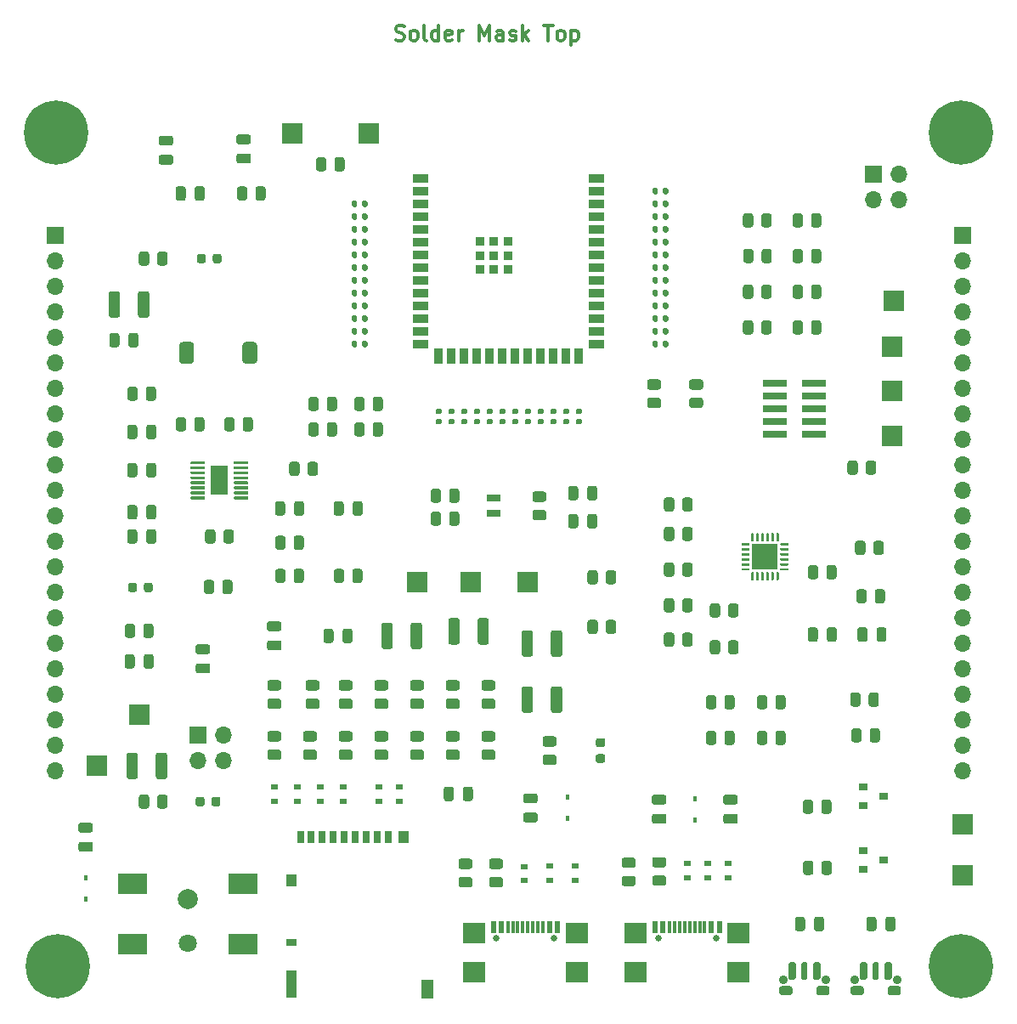
<source format=gbr>
%TF.GenerationSoftware,KiCad,Pcbnew,(5.1.12)-1*%
%TF.CreationDate,2022-03-11T14:49:08+01:00*%
%TF.ProjectId,ESP_S3-CP-24_Platform,4553505f-5333-42d4-9350-2d32345f506c,R0.8*%
%TF.SameCoordinates,Original*%
%TF.FileFunction,Soldermask,Top*%
%TF.FilePolarity,Negative*%
%FSLAX46Y46*%
G04 Gerber Fmt 4.6, Leading zero omitted, Abs format (unit mm)*
G04 Created by KiCad (PCBNEW (5.1.12)-1) date 2022-03-11 14:49:08*
%MOMM*%
%LPD*%
G01*
G04 APERTURE LIST*
%ADD10C,0.300000*%
%ADD11C,0.650000*%
%ADD12R,2.180000X2.000000*%
%ADD13R,0.300000X1.150000*%
%ADD14R,0.600000X1.150000*%
%ADD15R,0.700000X0.600000*%
%ADD16R,1.651000X2.845000*%
%ADD17R,2.600000X2.600000*%
%ADD18R,3.000000X2.000000*%
%ADD19C,2.000000*%
%ADD20C,1.800000*%
%ADD21R,2.000000X2.000000*%
%ADD22R,0.900000X0.800000*%
%ADD23R,1.400000X0.700000*%
%ADD24O,1.700000X1.700000*%
%ADD25R,1.700000X1.700000*%
%ADD26R,1.500000X0.900000*%
%ADD27R,0.900000X1.500000*%
%ADD28R,0.900000X0.900000*%
%ADD29C,0.800000*%
%ADD30C,6.400000*%
%ADD31R,0.450000X0.600000*%
%ADD32R,2.400000X0.740000*%
%ADD33R,0.700000X1.200000*%
%ADD34R,1.000000X1.200000*%
%ADD35R,1.000000X0.800000*%
%ADD36R,1.000000X2.800000*%
%ADD37R,1.300000X1.900000*%
%ADD38C,0.900000*%
G04 APERTURE END LIST*
D10*
X201585857Y-113065642D02*
X201800142Y-113137071D01*
X202157285Y-113137071D01*
X202300142Y-113065642D01*
X202371571Y-112994214D01*
X202443000Y-112851357D01*
X202443000Y-112708500D01*
X202371571Y-112565642D01*
X202300142Y-112494214D01*
X202157285Y-112422785D01*
X201871571Y-112351357D01*
X201728714Y-112279928D01*
X201657285Y-112208500D01*
X201585857Y-112065642D01*
X201585857Y-111922785D01*
X201657285Y-111779928D01*
X201728714Y-111708500D01*
X201871571Y-111637071D01*
X202228714Y-111637071D01*
X202443000Y-111708500D01*
X203300142Y-113137071D02*
X203157285Y-113065642D01*
X203085857Y-112994214D01*
X203014428Y-112851357D01*
X203014428Y-112422785D01*
X203085857Y-112279928D01*
X203157285Y-112208500D01*
X203300142Y-112137071D01*
X203514428Y-112137071D01*
X203657285Y-112208500D01*
X203728714Y-112279928D01*
X203800142Y-112422785D01*
X203800142Y-112851357D01*
X203728714Y-112994214D01*
X203657285Y-113065642D01*
X203514428Y-113137071D01*
X203300142Y-113137071D01*
X204657285Y-113137071D02*
X204514428Y-113065642D01*
X204443000Y-112922785D01*
X204443000Y-111637071D01*
X205871571Y-113137071D02*
X205871571Y-111637071D01*
X205871571Y-113065642D02*
X205728714Y-113137071D01*
X205443000Y-113137071D01*
X205300142Y-113065642D01*
X205228714Y-112994214D01*
X205157285Y-112851357D01*
X205157285Y-112422785D01*
X205228714Y-112279928D01*
X205300142Y-112208500D01*
X205443000Y-112137071D01*
X205728714Y-112137071D01*
X205871571Y-112208500D01*
X207157285Y-113065642D02*
X207014428Y-113137071D01*
X206728714Y-113137071D01*
X206585857Y-113065642D01*
X206514428Y-112922785D01*
X206514428Y-112351357D01*
X206585857Y-112208500D01*
X206728714Y-112137071D01*
X207014428Y-112137071D01*
X207157285Y-112208500D01*
X207228714Y-112351357D01*
X207228714Y-112494214D01*
X206514428Y-112637071D01*
X207871571Y-113137071D02*
X207871571Y-112137071D01*
X207871571Y-112422785D02*
X207943000Y-112279928D01*
X208014428Y-112208500D01*
X208157285Y-112137071D01*
X208300142Y-112137071D01*
X209943000Y-113137071D02*
X209943000Y-111637071D01*
X210443000Y-112708500D01*
X210943000Y-111637071D01*
X210943000Y-113137071D01*
X212300142Y-113137071D02*
X212300142Y-112351357D01*
X212228714Y-112208500D01*
X212085857Y-112137071D01*
X211800142Y-112137071D01*
X211657285Y-112208500D01*
X212300142Y-113065642D02*
X212157285Y-113137071D01*
X211800142Y-113137071D01*
X211657285Y-113065642D01*
X211585857Y-112922785D01*
X211585857Y-112779928D01*
X211657285Y-112637071D01*
X211800142Y-112565642D01*
X212157285Y-112565642D01*
X212300142Y-112494214D01*
X212943000Y-113065642D02*
X213085857Y-113137071D01*
X213371571Y-113137071D01*
X213514428Y-113065642D01*
X213585857Y-112922785D01*
X213585857Y-112851357D01*
X213514428Y-112708500D01*
X213371571Y-112637071D01*
X213157285Y-112637071D01*
X213014428Y-112565642D01*
X212943000Y-112422785D01*
X212943000Y-112351357D01*
X213014428Y-112208500D01*
X213157285Y-112137071D01*
X213371571Y-112137071D01*
X213514428Y-112208500D01*
X214228714Y-113137071D02*
X214228714Y-111637071D01*
X214371571Y-112565642D02*
X214800142Y-113137071D01*
X214800142Y-112137071D02*
X214228714Y-112708500D01*
X216371571Y-111637071D02*
X217228714Y-111637071D01*
X216800142Y-113137071D02*
X216800142Y-111637071D01*
X217943000Y-113137071D02*
X217800142Y-113065642D01*
X217728714Y-112994214D01*
X217657285Y-112851357D01*
X217657285Y-112422785D01*
X217728714Y-112279928D01*
X217800142Y-112208500D01*
X217943000Y-112137071D01*
X218157285Y-112137071D01*
X218300142Y-112208500D01*
X218371571Y-112279928D01*
X218443000Y-112422785D01*
X218443000Y-112851357D01*
X218371571Y-112994214D01*
X218300142Y-113065642D01*
X218157285Y-113137071D01*
X217943000Y-113137071D01*
X219085857Y-112137071D02*
X219085857Y-113637071D01*
X219085857Y-112208500D02*
X219228714Y-112137071D01*
X219514428Y-112137071D01*
X219657285Y-112208500D01*
X219728714Y-112279928D01*
X219800142Y-112422785D01*
X219800142Y-112851357D01*
X219728714Y-112994214D01*
X219657285Y-113065642D01*
X219514428Y-113137071D01*
X219228714Y-113137071D01*
X219085857Y-113065642D01*
D11*
%TO.C,J8*%
X233522000Y-202565000D03*
X227742000Y-202565000D03*
D12*
X235742000Y-205995000D03*
X225522000Y-205995000D03*
X235742000Y-202065000D03*
X225522000Y-202065000D03*
D13*
X230882000Y-201490000D03*
X230382000Y-201490000D03*
X231382000Y-201490000D03*
X229882000Y-201490000D03*
X231882000Y-201490000D03*
X229382000Y-201490000D03*
X232382000Y-201490000D03*
X228882000Y-201490000D03*
D14*
X233832000Y-201490000D03*
X233032000Y-201490000D03*
X228232000Y-201490000D03*
X227432000Y-201490000D03*
%TD*%
D11*
%TO.C,J7*%
X217393000Y-202565000D03*
X211613000Y-202565000D03*
D12*
X219613000Y-205995000D03*
X209393000Y-205995000D03*
X219613000Y-202065000D03*
X209393000Y-202065000D03*
D13*
X214753000Y-201490000D03*
X214253000Y-201490000D03*
X215253000Y-201490000D03*
X213753000Y-201490000D03*
X215753000Y-201490000D03*
X213253000Y-201490000D03*
X216253000Y-201490000D03*
X212753000Y-201490000D03*
D14*
X217703000Y-201490000D03*
X216903000Y-201490000D03*
X212103000Y-201490000D03*
X211303000Y-201490000D03*
%TD*%
D15*
%TO.C,D19*%
X191770000Y-188914000D03*
X191770000Y-187514000D03*
%TD*%
%TO.C,D18*%
X189484000Y-188914000D03*
X189484000Y-187514000D03*
%TD*%
%TO.C,D17*%
X201930000Y-188914000D03*
X201930000Y-187514000D03*
%TD*%
%TO.C,D16*%
X199898000Y-188914000D03*
X199898000Y-187514000D03*
%TD*%
%TO.C,D15*%
X196342000Y-188914000D03*
X196342000Y-187514000D03*
%TD*%
%TO.C,D14*%
X194056000Y-188914000D03*
X194056000Y-187514000D03*
%TD*%
%TO.C,D10*%
X230632000Y-196534000D03*
X230632000Y-195134000D03*
%TD*%
%TO.C,D9*%
X214376000Y-196853000D03*
X214376000Y-195453000D03*
%TD*%
%TO.C,D8*%
X232664000Y-196534000D03*
X232664000Y-195134000D03*
%TD*%
%TO.C,D7*%
X216916000Y-196788000D03*
X216916000Y-195388000D03*
%TD*%
%TO.C,D6*%
X234696000Y-196534000D03*
X234696000Y-195134000D03*
%TD*%
%TO.C,D5*%
X219456000Y-196788000D03*
X219456000Y-195388000D03*
%TD*%
%TO.C,C26*%
G36*
G01*
X207371000Y-187739000D02*
X207371000Y-188689000D01*
G75*
G02*
X207121000Y-188939000I-250000J0D01*
G01*
X206621000Y-188939000D01*
G75*
G02*
X206371000Y-188689000I0J250000D01*
G01*
X206371000Y-187739000D01*
G75*
G02*
X206621000Y-187489000I250000J0D01*
G01*
X207121000Y-187489000D01*
G75*
G02*
X207371000Y-187739000I0J-250000D01*
G01*
G37*
G36*
G01*
X209271000Y-187739000D02*
X209271000Y-188689000D01*
G75*
G02*
X209021000Y-188939000I-250000J0D01*
G01*
X208521000Y-188939000D01*
G75*
G02*
X208271000Y-188689000I0J250000D01*
G01*
X208271000Y-187739000D01*
G75*
G02*
X208521000Y-187489000I250000J0D01*
G01*
X209021000Y-187489000D01*
G75*
G02*
X209271000Y-187739000I0J-250000D01*
G01*
G37*
%TD*%
%TO.C,C24*%
G36*
G01*
X186911000Y-123502000D02*
X185961000Y-123502000D01*
G75*
G02*
X185711000Y-123252000I0J250000D01*
G01*
X185711000Y-122752000D01*
G75*
G02*
X185961000Y-122502000I250000J0D01*
G01*
X186911000Y-122502000D01*
G75*
G02*
X187161000Y-122752000I0J-250000D01*
G01*
X187161000Y-123252000D01*
G75*
G02*
X186911000Y-123502000I-250000J0D01*
G01*
G37*
G36*
G01*
X186911000Y-125402000D02*
X185961000Y-125402000D01*
G75*
G02*
X185711000Y-125152000I0J250000D01*
G01*
X185711000Y-124652000D01*
G75*
G02*
X185961000Y-124402000I250000J0D01*
G01*
X186911000Y-124402000D01*
G75*
G02*
X187161000Y-124652000I0J-250000D01*
G01*
X187161000Y-125152000D01*
G75*
G02*
X186911000Y-125402000I-250000J0D01*
G01*
G37*
%TD*%
%TO.C,C13*%
G36*
G01*
X181897000Y-175202000D02*
X182847000Y-175202000D01*
G75*
G02*
X183097000Y-175452000I0J-250000D01*
G01*
X183097000Y-175952000D01*
G75*
G02*
X182847000Y-176202000I-250000J0D01*
G01*
X181897000Y-176202000D01*
G75*
G02*
X181647000Y-175952000I0J250000D01*
G01*
X181647000Y-175452000D01*
G75*
G02*
X181897000Y-175202000I250000J0D01*
G01*
G37*
G36*
G01*
X181897000Y-173302000D02*
X182847000Y-173302000D01*
G75*
G02*
X183097000Y-173552000I0J-250000D01*
G01*
X183097000Y-174052000D01*
G75*
G02*
X182847000Y-174302000I-250000J0D01*
G01*
X181897000Y-174302000D01*
G75*
G02*
X181647000Y-174052000I0J250000D01*
G01*
X181647000Y-173552000D01*
G75*
G02*
X181897000Y-173302000I250000J0D01*
G01*
G37*
%TD*%
%TO.C,C6*%
G36*
G01*
X171163000Y-192082000D02*
X170213000Y-192082000D01*
G75*
G02*
X169963000Y-191832000I0J250000D01*
G01*
X169963000Y-191332000D01*
G75*
G02*
X170213000Y-191082000I250000J0D01*
G01*
X171163000Y-191082000D01*
G75*
G02*
X171413000Y-191332000I0J-250000D01*
G01*
X171413000Y-191832000D01*
G75*
G02*
X171163000Y-192082000I-250000J0D01*
G01*
G37*
G36*
G01*
X171163000Y-193982000D02*
X170213000Y-193982000D01*
G75*
G02*
X169963000Y-193732000I0J250000D01*
G01*
X169963000Y-193232000D01*
G75*
G02*
X170213000Y-192982000I250000J0D01*
G01*
X171163000Y-192982000D01*
G75*
G02*
X171413000Y-193232000I0J-250000D01*
G01*
X171413000Y-193732000D01*
G75*
G02*
X171163000Y-193982000I-250000J0D01*
G01*
G37*
%TD*%
%TO.C,C4*%
G36*
G01*
X196284000Y-172941000D02*
X196284000Y-171991000D01*
G75*
G02*
X196534000Y-171741000I250000J0D01*
G01*
X197034000Y-171741000D01*
G75*
G02*
X197284000Y-171991000I0J-250000D01*
G01*
X197284000Y-172941000D01*
G75*
G02*
X197034000Y-173191000I-250000J0D01*
G01*
X196534000Y-173191000D01*
G75*
G02*
X196284000Y-172941000I0J250000D01*
G01*
G37*
G36*
G01*
X194384000Y-172941000D02*
X194384000Y-171991000D01*
G75*
G02*
X194634000Y-171741000I250000J0D01*
G01*
X195134000Y-171741000D01*
G75*
G02*
X195384000Y-171991000I0J-250000D01*
G01*
X195384000Y-172941000D01*
G75*
G02*
X195134000Y-173191000I-250000J0D01*
G01*
X194634000Y-173191000D01*
G75*
G02*
X194384000Y-172941000I0J250000D01*
G01*
G37*
%TD*%
D16*
%TO.C,U1*%
X184023000Y-156972000D03*
G36*
G01*
X185448000Y-155297000D02*
X185448000Y-155147000D01*
G75*
G02*
X185523000Y-155072000I75000J0D01*
G01*
X186823000Y-155072000D01*
G75*
G02*
X186898000Y-155147000I0J-75000D01*
G01*
X186898000Y-155297000D01*
G75*
G02*
X186823000Y-155372000I-75000J0D01*
G01*
X185523000Y-155372000D01*
G75*
G02*
X185448000Y-155297000I0J75000D01*
G01*
G37*
G36*
G01*
X185448000Y-155797000D02*
X185448000Y-155647000D01*
G75*
G02*
X185523000Y-155572000I75000J0D01*
G01*
X186823000Y-155572000D01*
G75*
G02*
X186898000Y-155647000I0J-75000D01*
G01*
X186898000Y-155797000D01*
G75*
G02*
X186823000Y-155872000I-75000J0D01*
G01*
X185523000Y-155872000D01*
G75*
G02*
X185448000Y-155797000I0J75000D01*
G01*
G37*
G36*
G01*
X185448000Y-156297000D02*
X185448000Y-156147000D01*
G75*
G02*
X185523000Y-156072000I75000J0D01*
G01*
X186823000Y-156072000D01*
G75*
G02*
X186898000Y-156147000I0J-75000D01*
G01*
X186898000Y-156297000D01*
G75*
G02*
X186823000Y-156372000I-75000J0D01*
G01*
X185523000Y-156372000D01*
G75*
G02*
X185448000Y-156297000I0J75000D01*
G01*
G37*
G36*
G01*
X185448000Y-156797000D02*
X185448000Y-156647000D01*
G75*
G02*
X185523000Y-156572000I75000J0D01*
G01*
X186823000Y-156572000D01*
G75*
G02*
X186898000Y-156647000I0J-75000D01*
G01*
X186898000Y-156797000D01*
G75*
G02*
X186823000Y-156872000I-75000J0D01*
G01*
X185523000Y-156872000D01*
G75*
G02*
X185448000Y-156797000I0J75000D01*
G01*
G37*
G36*
G01*
X185448000Y-157297000D02*
X185448000Y-157147000D01*
G75*
G02*
X185523000Y-157072000I75000J0D01*
G01*
X186823000Y-157072000D01*
G75*
G02*
X186898000Y-157147000I0J-75000D01*
G01*
X186898000Y-157297000D01*
G75*
G02*
X186823000Y-157372000I-75000J0D01*
G01*
X185523000Y-157372000D01*
G75*
G02*
X185448000Y-157297000I0J75000D01*
G01*
G37*
G36*
G01*
X185448000Y-157797000D02*
X185448000Y-157647000D01*
G75*
G02*
X185523000Y-157572000I75000J0D01*
G01*
X186823000Y-157572000D01*
G75*
G02*
X186898000Y-157647000I0J-75000D01*
G01*
X186898000Y-157797000D01*
G75*
G02*
X186823000Y-157872000I-75000J0D01*
G01*
X185523000Y-157872000D01*
G75*
G02*
X185448000Y-157797000I0J75000D01*
G01*
G37*
G36*
G01*
X185448000Y-158297000D02*
X185448000Y-158147000D01*
G75*
G02*
X185523000Y-158072000I75000J0D01*
G01*
X186823000Y-158072000D01*
G75*
G02*
X186898000Y-158147000I0J-75000D01*
G01*
X186898000Y-158297000D01*
G75*
G02*
X186823000Y-158372000I-75000J0D01*
G01*
X185523000Y-158372000D01*
G75*
G02*
X185448000Y-158297000I0J75000D01*
G01*
G37*
G36*
G01*
X185448000Y-158797000D02*
X185448000Y-158647000D01*
G75*
G02*
X185523000Y-158572000I75000J0D01*
G01*
X186823000Y-158572000D01*
G75*
G02*
X186898000Y-158647000I0J-75000D01*
G01*
X186898000Y-158797000D01*
G75*
G02*
X186823000Y-158872000I-75000J0D01*
G01*
X185523000Y-158872000D01*
G75*
G02*
X185448000Y-158797000I0J75000D01*
G01*
G37*
G36*
G01*
X181148000Y-158797000D02*
X181148000Y-158647000D01*
G75*
G02*
X181223000Y-158572000I75000J0D01*
G01*
X182523000Y-158572000D01*
G75*
G02*
X182598000Y-158647000I0J-75000D01*
G01*
X182598000Y-158797000D01*
G75*
G02*
X182523000Y-158872000I-75000J0D01*
G01*
X181223000Y-158872000D01*
G75*
G02*
X181148000Y-158797000I0J75000D01*
G01*
G37*
G36*
G01*
X181148000Y-158297000D02*
X181148000Y-158147000D01*
G75*
G02*
X181223000Y-158072000I75000J0D01*
G01*
X182523000Y-158072000D01*
G75*
G02*
X182598000Y-158147000I0J-75000D01*
G01*
X182598000Y-158297000D01*
G75*
G02*
X182523000Y-158372000I-75000J0D01*
G01*
X181223000Y-158372000D01*
G75*
G02*
X181148000Y-158297000I0J75000D01*
G01*
G37*
G36*
G01*
X181148000Y-157797000D02*
X181148000Y-157647000D01*
G75*
G02*
X181223000Y-157572000I75000J0D01*
G01*
X182523000Y-157572000D01*
G75*
G02*
X182598000Y-157647000I0J-75000D01*
G01*
X182598000Y-157797000D01*
G75*
G02*
X182523000Y-157872000I-75000J0D01*
G01*
X181223000Y-157872000D01*
G75*
G02*
X181148000Y-157797000I0J75000D01*
G01*
G37*
G36*
G01*
X181148000Y-157297000D02*
X181148000Y-157147000D01*
G75*
G02*
X181223000Y-157072000I75000J0D01*
G01*
X182523000Y-157072000D01*
G75*
G02*
X182598000Y-157147000I0J-75000D01*
G01*
X182598000Y-157297000D01*
G75*
G02*
X182523000Y-157372000I-75000J0D01*
G01*
X181223000Y-157372000D01*
G75*
G02*
X181148000Y-157297000I0J75000D01*
G01*
G37*
G36*
G01*
X181148000Y-156797000D02*
X181148000Y-156647000D01*
G75*
G02*
X181223000Y-156572000I75000J0D01*
G01*
X182523000Y-156572000D01*
G75*
G02*
X182598000Y-156647000I0J-75000D01*
G01*
X182598000Y-156797000D01*
G75*
G02*
X182523000Y-156872000I-75000J0D01*
G01*
X181223000Y-156872000D01*
G75*
G02*
X181148000Y-156797000I0J75000D01*
G01*
G37*
G36*
G01*
X181148000Y-156297000D02*
X181148000Y-156147000D01*
G75*
G02*
X181223000Y-156072000I75000J0D01*
G01*
X182523000Y-156072000D01*
G75*
G02*
X182598000Y-156147000I0J-75000D01*
G01*
X182598000Y-156297000D01*
G75*
G02*
X182523000Y-156372000I-75000J0D01*
G01*
X181223000Y-156372000D01*
G75*
G02*
X181148000Y-156297000I0J75000D01*
G01*
G37*
G36*
G01*
X181148000Y-155797000D02*
X181148000Y-155647000D01*
G75*
G02*
X181223000Y-155572000I75000J0D01*
G01*
X182523000Y-155572000D01*
G75*
G02*
X182598000Y-155647000I0J-75000D01*
G01*
X182598000Y-155797000D01*
G75*
G02*
X182523000Y-155872000I-75000J0D01*
G01*
X181223000Y-155872000D01*
G75*
G02*
X181148000Y-155797000I0J75000D01*
G01*
G37*
G36*
G01*
X181148000Y-155297000D02*
X181148000Y-155147000D01*
G75*
G02*
X181223000Y-155072000I75000J0D01*
G01*
X182523000Y-155072000D01*
G75*
G02*
X182598000Y-155147000I0J-75000D01*
G01*
X182598000Y-155297000D01*
G75*
G02*
X182523000Y-155372000I-75000J0D01*
G01*
X181223000Y-155372000D01*
G75*
G02*
X181148000Y-155297000I0J75000D01*
G01*
G37*
%TD*%
D17*
%TO.C,U2*%
X238379000Y-164592000D03*
G36*
G01*
X236791500Y-165967000D02*
X236091500Y-165967000D01*
G75*
G02*
X236029000Y-165904500I0J62500D01*
G01*
X236029000Y-165779500D01*
G75*
G02*
X236091500Y-165717000I62500J0D01*
G01*
X236791500Y-165717000D01*
G75*
G02*
X236854000Y-165779500I0J-62500D01*
G01*
X236854000Y-165904500D01*
G75*
G02*
X236791500Y-165967000I-62500J0D01*
G01*
G37*
G36*
G01*
X236791500Y-165467000D02*
X236091500Y-165467000D01*
G75*
G02*
X236029000Y-165404500I0J62500D01*
G01*
X236029000Y-165279500D01*
G75*
G02*
X236091500Y-165217000I62500J0D01*
G01*
X236791500Y-165217000D01*
G75*
G02*
X236854000Y-165279500I0J-62500D01*
G01*
X236854000Y-165404500D01*
G75*
G02*
X236791500Y-165467000I-62500J0D01*
G01*
G37*
G36*
G01*
X236791500Y-164967000D02*
X236091500Y-164967000D01*
G75*
G02*
X236029000Y-164904500I0J62500D01*
G01*
X236029000Y-164779500D01*
G75*
G02*
X236091500Y-164717000I62500J0D01*
G01*
X236791500Y-164717000D01*
G75*
G02*
X236854000Y-164779500I0J-62500D01*
G01*
X236854000Y-164904500D01*
G75*
G02*
X236791500Y-164967000I-62500J0D01*
G01*
G37*
G36*
G01*
X236791500Y-164467000D02*
X236091500Y-164467000D01*
G75*
G02*
X236029000Y-164404500I0J62500D01*
G01*
X236029000Y-164279500D01*
G75*
G02*
X236091500Y-164217000I62500J0D01*
G01*
X236791500Y-164217000D01*
G75*
G02*
X236854000Y-164279500I0J-62500D01*
G01*
X236854000Y-164404500D01*
G75*
G02*
X236791500Y-164467000I-62500J0D01*
G01*
G37*
G36*
G01*
X236791500Y-163967000D02*
X236091500Y-163967000D01*
G75*
G02*
X236029000Y-163904500I0J62500D01*
G01*
X236029000Y-163779500D01*
G75*
G02*
X236091500Y-163717000I62500J0D01*
G01*
X236791500Y-163717000D01*
G75*
G02*
X236854000Y-163779500I0J-62500D01*
G01*
X236854000Y-163904500D01*
G75*
G02*
X236791500Y-163967000I-62500J0D01*
G01*
G37*
G36*
G01*
X236791500Y-163467000D02*
X236091500Y-163467000D01*
G75*
G02*
X236029000Y-163404500I0J62500D01*
G01*
X236029000Y-163279500D01*
G75*
G02*
X236091500Y-163217000I62500J0D01*
G01*
X236791500Y-163217000D01*
G75*
G02*
X236854000Y-163279500I0J-62500D01*
G01*
X236854000Y-163404500D01*
G75*
G02*
X236791500Y-163467000I-62500J0D01*
G01*
G37*
G36*
G01*
X237191500Y-163067000D02*
X237066500Y-163067000D01*
G75*
G02*
X237004000Y-163004500I0J62500D01*
G01*
X237004000Y-162304500D01*
G75*
G02*
X237066500Y-162242000I62500J0D01*
G01*
X237191500Y-162242000D01*
G75*
G02*
X237254000Y-162304500I0J-62500D01*
G01*
X237254000Y-163004500D01*
G75*
G02*
X237191500Y-163067000I-62500J0D01*
G01*
G37*
G36*
G01*
X237691500Y-163067000D02*
X237566500Y-163067000D01*
G75*
G02*
X237504000Y-163004500I0J62500D01*
G01*
X237504000Y-162304500D01*
G75*
G02*
X237566500Y-162242000I62500J0D01*
G01*
X237691500Y-162242000D01*
G75*
G02*
X237754000Y-162304500I0J-62500D01*
G01*
X237754000Y-163004500D01*
G75*
G02*
X237691500Y-163067000I-62500J0D01*
G01*
G37*
G36*
G01*
X238191500Y-163067000D02*
X238066500Y-163067000D01*
G75*
G02*
X238004000Y-163004500I0J62500D01*
G01*
X238004000Y-162304500D01*
G75*
G02*
X238066500Y-162242000I62500J0D01*
G01*
X238191500Y-162242000D01*
G75*
G02*
X238254000Y-162304500I0J-62500D01*
G01*
X238254000Y-163004500D01*
G75*
G02*
X238191500Y-163067000I-62500J0D01*
G01*
G37*
G36*
G01*
X238691500Y-163067000D02*
X238566500Y-163067000D01*
G75*
G02*
X238504000Y-163004500I0J62500D01*
G01*
X238504000Y-162304500D01*
G75*
G02*
X238566500Y-162242000I62500J0D01*
G01*
X238691500Y-162242000D01*
G75*
G02*
X238754000Y-162304500I0J-62500D01*
G01*
X238754000Y-163004500D01*
G75*
G02*
X238691500Y-163067000I-62500J0D01*
G01*
G37*
G36*
G01*
X239191500Y-163067000D02*
X239066500Y-163067000D01*
G75*
G02*
X239004000Y-163004500I0J62500D01*
G01*
X239004000Y-162304500D01*
G75*
G02*
X239066500Y-162242000I62500J0D01*
G01*
X239191500Y-162242000D01*
G75*
G02*
X239254000Y-162304500I0J-62500D01*
G01*
X239254000Y-163004500D01*
G75*
G02*
X239191500Y-163067000I-62500J0D01*
G01*
G37*
G36*
G01*
X239691500Y-163067000D02*
X239566500Y-163067000D01*
G75*
G02*
X239504000Y-163004500I0J62500D01*
G01*
X239504000Y-162304500D01*
G75*
G02*
X239566500Y-162242000I62500J0D01*
G01*
X239691500Y-162242000D01*
G75*
G02*
X239754000Y-162304500I0J-62500D01*
G01*
X239754000Y-163004500D01*
G75*
G02*
X239691500Y-163067000I-62500J0D01*
G01*
G37*
G36*
G01*
X240666500Y-163467000D02*
X239966500Y-163467000D01*
G75*
G02*
X239904000Y-163404500I0J62500D01*
G01*
X239904000Y-163279500D01*
G75*
G02*
X239966500Y-163217000I62500J0D01*
G01*
X240666500Y-163217000D01*
G75*
G02*
X240729000Y-163279500I0J-62500D01*
G01*
X240729000Y-163404500D01*
G75*
G02*
X240666500Y-163467000I-62500J0D01*
G01*
G37*
G36*
G01*
X240666500Y-163967000D02*
X239966500Y-163967000D01*
G75*
G02*
X239904000Y-163904500I0J62500D01*
G01*
X239904000Y-163779500D01*
G75*
G02*
X239966500Y-163717000I62500J0D01*
G01*
X240666500Y-163717000D01*
G75*
G02*
X240729000Y-163779500I0J-62500D01*
G01*
X240729000Y-163904500D01*
G75*
G02*
X240666500Y-163967000I-62500J0D01*
G01*
G37*
G36*
G01*
X240666500Y-164467000D02*
X239966500Y-164467000D01*
G75*
G02*
X239904000Y-164404500I0J62500D01*
G01*
X239904000Y-164279500D01*
G75*
G02*
X239966500Y-164217000I62500J0D01*
G01*
X240666500Y-164217000D01*
G75*
G02*
X240729000Y-164279500I0J-62500D01*
G01*
X240729000Y-164404500D01*
G75*
G02*
X240666500Y-164467000I-62500J0D01*
G01*
G37*
G36*
G01*
X240666500Y-164967000D02*
X239966500Y-164967000D01*
G75*
G02*
X239904000Y-164904500I0J62500D01*
G01*
X239904000Y-164779500D01*
G75*
G02*
X239966500Y-164717000I62500J0D01*
G01*
X240666500Y-164717000D01*
G75*
G02*
X240729000Y-164779500I0J-62500D01*
G01*
X240729000Y-164904500D01*
G75*
G02*
X240666500Y-164967000I-62500J0D01*
G01*
G37*
G36*
G01*
X240666500Y-165467000D02*
X239966500Y-165467000D01*
G75*
G02*
X239904000Y-165404500I0J62500D01*
G01*
X239904000Y-165279500D01*
G75*
G02*
X239966500Y-165217000I62500J0D01*
G01*
X240666500Y-165217000D01*
G75*
G02*
X240729000Y-165279500I0J-62500D01*
G01*
X240729000Y-165404500D01*
G75*
G02*
X240666500Y-165467000I-62500J0D01*
G01*
G37*
G36*
G01*
X240666500Y-165967000D02*
X239966500Y-165967000D01*
G75*
G02*
X239904000Y-165904500I0J62500D01*
G01*
X239904000Y-165779500D01*
G75*
G02*
X239966500Y-165717000I62500J0D01*
G01*
X240666500Y-165717000D01*
G75*
G02*
X240729000Y-165779500I0J-62500D01*
G01*
X240729000Y-165904500D01*
G75*
G02*
X240666500Y-165967000I-62500J0D01*
G01*
G37*
G36*
G01*
X239691500Y-166942000D02*
X239566500Y-166942000D01*
G75*
G02*
X239504000Y-166879500I0J62500D01*
G01*
X239504000Y-166179500D01*
G75*
G02*
X239566500Y-166117000I62500J0D01*
G01*
X239691500Y-166117000D01*
G75*
G02*
X239754000Y-166179500I0J-62500D01*
G01*
X239754000Y-166879500D01*
G75*
G02*
X239691500Y-166942000I-62500J0D01*
G01*
G37*
G36*
G01*
X239191500Y-166942000D02*
X239066500Y-166942000D01*
G75*
G02*
X239004000Y-166879500I0J62500D01*
G01*
X239004000Y-166179500D01*
G75*
G02*
X239066500Y-166117000I62500J0D01*
G01*
X239191500Y-166117000D01*
G75*
G02*
X239254000Y-166179500I0J-62500D01*
G01*
X239254000Y-166879500D01*
G75*
G02*
X239191500Y-166942000I-62500J0D01*
G01*
G37*
G36*
G01*
X238691500Y-166942000D02*
X238566500Y-166942000D01*
G75*
G02*
X238504000Y-166879500I0J62500D01*
G01*
X238504000Y-166179500D01*
G75*
G02*
X238566500Y-166117000I62500J0D01*
G01*
X238691500Y-166117000D01*
G75*
G02*
X238754000Y-166179500I0J-62500D01*
G01*
X238754000Y-166879500D01*
G75*
G02*
X238691500Y-166942000I-62500J0D01*
G01*
G37*
G36*
G01*
X238191500Y-166942000D02*
X238066500Y-166942000D01*
G75*
G02*
X238004000Y-166879500I0J62500D01*
G01*
X238004000Y-166179500D01*
G75*
G02*
X238066500Y-166117000I62500J0D01*
G01*
X238191500Y-166117000D01*
G75*
G02*
X238254000Y-166179500I0J-62500D01*
G01*
X238254000Y-166879500D01*
G75*
G02*
X238191500Y-166942000I-62500J0D01*
G01*
G37*
G36*
G01*
X237691500Y-166942000D02*
X237566500Y-166942000D01*
G75*
G02*
X237504000Y-166879500I0J62500D01*
G01*
X237504000Y-166179500D01*
G75*
G02*
X237566500Y-166117000I62500J0D01*
G01*
X237691500Y-166117000D01*
G75*
G02*
X237754000Y-166179500I0J-62500D01*
G01*
X237754000Y-166879500D01*
G75*
G02*
X237691500Y-166942000I-62500J0D01*
G01*
G37*
G36*
G01*
X237191500Y-166942000D02*
X237066500Y-166942000D01*
G75*
G02*
X237004000Y-166879500I0J62500D01*
G01*
X237004000Y-166179500D01*
G75*
G02*
X237066500Y-166117000I62500J0D01*
G01*
X237191500Y-166117000D01*
G75*
G02*
X237254000Y-166179500I0J-62500D01*
G01*
X237254000Y-166879500D01*
G75*
G02*
X237191500Y-166942000I-62500J0D01*
G01*
G37*
%TD*%
D18*
%TO.C,J4*%
X186348000Y-203152000D03*
X186348000Y-197152000D03*
X175348000Y-197152000D03*
X175348000Y-203152000D03*
D19*
X180848000Y-198652000D03*
D20*
X180848000Y-203052000D03*
%TD*%
%TO.C,R36*%
G36*
G01*
X243694000Y-165665998D02*
X243694000Y-166566002D01*
G75*
G02*
X243444002Y-166816000I-249998J0D01*
G01*
X242918998Y-166816000D01*
G75*
G02*
X242669000Y-166566002I0J249998D01*
G01*
X242669000Y-165665998D01*
G75*
G02*
X242918998Y-165416000I249998J0D01*
G01*
X243444002Y-165416000D01*
G75*
G02*
X243694000Y-165665998I0J-249998D01*
G01*
G37*
G36*
G01*
X245519000Y-165665998D02*
X245519000Y-166566002D01*
G75*
G02*
X245269002Y-166816000I-249998J0D01*
G01*
X244743998Y-166816000D01*
G75*
G02*
X244494000Y-166566002I0J249998D01*
G01*
X244494000Y-165665998D01*
G75*
G02*
X244743998Y-165416000I249998J0D01*
G01*
X245269002Y-165416000D01*
G75*
G02*
X245519000Y-165665998I0J-249998D01*
G01*
G37*
%TD*%
D21*
%TO.C,TP11*%
X214757000Y-167132000D03*
%TD*%
%TO.C,R93*%
G36*
G01*
X222523000Y-172027002D02*
X222523000Y-171126998D01*
G75*
G02*
X222772998Y-170877000I249998J0D01*
G01*
X223298002Y-170877000D01*
G75*
G02*
X223548000Y-171126998I0J-249998D01*
G01*
X223548000Y-172027002D01*
G75*
G02*
X223298002Y-172277000I-249998J0D01*
G01*
X222772998Y-172277000D01*
G75*
G02*
X222523000Y-172027002I0J249998D01*
G01*
G37*
G36*
G01*
X220698000Y-172027002D02*
X220698000Y-171126998D01*
G75*
G02*
X220947998Y-170877000I249998J0D01*
G01*
X221473002Y-170877000D01*
G75*
G02*
X221723000Y-171126998I0J-249998D01*
G01*
X221723000Y-172027002D01*
G75*
G02*
X221473002Y-172277000I-249998J0D01*
G01*
X220947998Y-172277000D01*
G75*
G02*
X220698000Y-172027002I0J249998D01*
G01*
G37*
%TD*%
%TO.C,R92*%
G36*
G01*
X230143000Y-166312002D02*
X230143000Y-165411998D01*
G75*
G02*
X230392998Y-165162000I249998J0D01*
G01*
X230918002Y-165162000D01*
G75*
G02*
X231168000Y-165411998I0J-249998D01*
G01*
X231168000Y-166312002D01*
G75*
G02*
X230918002Y-166562000I-249998J0D01*
G01*
X230392998Y-166562000D01*
G75*
G02*
X230143000Y-166312002I0J249998D01*
G01*
G37*
G36*
G01*
X228318000Y-166312002D02*
X228318000Y-165411998D01*
G75*
G02*
X228567998Y-165162000I249998J0D01*
G01*
X229093002Y-165162000D01*
G75*
G02*
X229343000Y-165411998I0J-249998D01*
G01*
X229343000Y-166312002D01*
G75*
G02*
X229093002Y-166562000I-249998J0D01*
G01*
X228567998Y-166562000D01*
G75*
G02*
X228318000Y-166312002I0J249998D01*
G01*
G37*
%TD*%
%TO.C,R91*%
G36*
G01*
X230143000Y-169868002D02*
X230143000Y-168967998D01*
G75*
G02*
X230392998Y-168718000I249998J0D01*
G01*
X230918002Y-168718000D01*
G75*
G02*
X231168000Y-168967998I0J-249998D01*
G01*
X231168000Y-169868002D01*
G75*
G02*
X230918002Y-170118000I-249998J0D01*
G01*
X230392998Y-170118000D01*
G75*
G02*
X230143000Y-169868002I0J249998D01*
G01*
G37*
G36*
G01*
X228318000Y-169868002D02*
X228318000Y-168967998D01*
G75*
G02*
X228567998Y-168718000I249998J0D01*
G01*
X229093002Y-168718000D01*
G75*
G02*
X229343000Y-168967998I0J-249998D01*
G01*
X229343000Y-169868002D01*
G75*
G02*
X229093002Y-170118000I-249998J0D01*
G01*
X228567998Y-170118000D01*
G75*
G02*
X228318000Y-169868002I0J249998D01*
G01*
G37*
%TD*%
%TO.C,R43*%
G36*
G01*
X230143000Y-162756002D02*
X230143000Y-161855998D01*
G75*
G02*
X230392998Y-161606000I249998J0D01*
G01*
X230918002Y-161606000D01*
G75*
G02*
X231168000Y-161855998I0J-249998D01*
G01*
X231168000Y-162756002D01*
G75*
G02*
X230918002Y-163006000I-249998J0D01*
G01*
X230392998Y-163006000D01*
G75*
G02*
X230143000Y-162756002I0J249998D01*
G01*
G37*
G36*
G01*
X228318000Y-162756002D02*
X228318000Y-161855998D01*
G75*
G02*
X228567998Y-161606000I249998J0D01*
G01*
X229093002Y-161606000D01*
G75*
G02*
X229343000Y-161855998I0J-249998D01*
G01*
X229343000Y-162756002D01*
G75*
G02*
X229093002Y-163006000I-249998J0D01*
G01*
X228567998Y-163006000D01*
G75*
G02*
X228318000Y-162756002I0J249998D01*
G01*
G37*
%TD*%
%TO.C,R42*%
G36*
G01*
X230143000Y-159835002D02*
X230143000Y-158934998D01*
G75*
G02*
X230392998Y-158685000I249998J0D01*
G01*
X230918002Y-158685000D01*
G75*
G02*
X231168000Y-158934998I0J-249998D01*
G01*
X231168000Y-159835002D01*
G75*
G02*
X230918002Y-160085000I-249998J0D01*
G01*
X230392998Y-160085000D01*
G75*
G02*
X230143000Y-159835002I0J249998D01*
G01*
G37*
G36*
G01*
X228318000Y-159835002D02*
X228318000Y-158934998D01*
G75*
G02*
X228567998Y-158685000I249998J0D01*
G01*
X229093002Y-158685000D01*
G75*
G02*
X229343000Y-158934998I0J-249998D01*
G01*
X229343000Y-159835002D01*
G75*
G02*
X229093002Y-160085000I-249998J0D01*
G01*
X228567998Y-160085000D01*
G75*
G02*
X228318000Y-159835002I0J249998D01*
G01*
G37*
%TD*%
%TO.C,R41*%
G36*
G01*
X230143000Y-173297002D02*
X230143000Y-172396998D01*
G75*
G02*
X230392998Y-172147000I249998J0D01*
G01*
X230918002Y-172147000D01*
G75*
G02*
X231168000Y-172396998I0J-249998D01*
G01*
X231168000Y-173297002D01*
G75*
G02*
X230918002Y-173547000I-249998J0D01*
G01*
X230392998Y-173547000D01*
G75*
G02*
X230143000Y-173297002I0J249998D01*
G01*
G37*
G36*
G01*
X228318000Y-173297002D02*
X228318000Y-172396998D01*
G75*
G02*
X228567998Y-172147000I249998J0D01*
G01*
X229093002Y-172147000D01*
G75*
G02*
X229343000Y-172396998I0J-249998D01*
G01*
X229343000Y-173297002D01*
G75*
G02*
X229093002Y-173547000I-249998J0D01*
G01*
X228567998Y-173547000D01*
G75*
G02*
X228318000Y-173297002I0J249998D01*
G01*
G37*
%TD*%
%TO.C,R40*%
G36*
G01*
X249320000Y-168979002D02*
X249320000Y-168078998D01*
G75*
G02*
X249569998Y-167829000I249998J0D01*
G01*
X250095002Y-167829000D01*
G75*
G02*
X250345000Y-168078998I0J-249998D01*
G01*
X250345000Y-168979002D01*
G75*
G02*
X250095002Y-169229000I-249998J0D01*
G01*
X249569998Y-169229000D01*
G75*
G02*
X249320000Y-168979002I0J249998D01*
G01*
G37*
G36*
G01*
X247495000Y-168979002D02*
X247495000Y-168078998D01*
G75*
G02*
X247744998Y-167829000I249998J0D01*
G01*
X248270002Y-167829000D01*
G75*
G02*
X248520000Y-168078998I0J-249998D01*
G01*
X248520000Y-168979002D01*
G75*
G02*
X248270002Y-169229000I-249998J0D01*
G01*
X247744998Y-169229000D01*
G75*
G02*
X247495000Y-168979002I0J249998D01*
G01*
G37*
%TD*%
%TO.C,R39*%
G36*
G01*
X234715000Y-170376002D02*
X234715000Y-169475998D01*
G75*
G02*
X234964998Y-169226000I249998J0D01*
G01*
X235490002Y-169226000D01*
G75*
G02*
X235740000Y-169475998I0J-249998D01*
G01*
X235740000Y-170376002D01*
G75*
G02*
X235490002Y-170626000I-249998J0D01*
G01*
X234964998Y-170626000D01*
G75*
G02*
X234715000Y-170376002I0J249998D01*
G01*
G37*
G36*
G01*
X232890000Y-170376002D02*
X232890000Y-169475998D01*
G75*
G02*
X233139998Y-169226000I249998J0D01*
G01*
X233665002Y-169226000D01*
G75*
G02*
X233915000Y-169475998I0J-249998D01*
G01*
X233915000Y-170376002D01*
G75*
G02*
X233665002Y-170626000I-249998J0D01*
G01*
X233139998Y-170626000D01*
G75*
G02*
X232890000Y-170376002I0J249998D01*
G01*
G37*
%TD*%
%TO.C,R38*%
G36*
G01*
X248393000Y-163252998D02*
X248393000Y-164153002D01*
G75*
G02*
X248143002Y-164403000I-249998J0D01*
G01*
X247617998Y-164403000D01*
G75*
G02*
X247368000Y-164153002I0J249998D01*
G01*
X247368000Y-163252998D01*
G75*
G02*
X247617998Y-163003000I249998J0D01*
G01*
X248143002Y-163003000D01*
G75*
G02*
X248393000Y-163252998I0J-249998D01*
G01*
G37*
G36*
G01*
X250218000Y-163252998D02*
X250218000Y-164153002D01*
G75*
G02*
X249968002Y-164403000I-249998J0D01*
G01*
X249442998Y-164403000D01*
G75*
G02*
X249193000Y-164153002I0J249998D01*
G01*
X249193000Y-163252998D01*
G75*
G02*
X249442998Y-163003000I249998J0D01*
G01*
X249968002Y-163003000D01*
G75*
G02*
X250218000Y-163252998I0J-249998D01*
G01*
G37*
%TD*%
%TO.C,R37*%
G36*
G01*
X234715000Y-174059002D02*
X234715000Y-173158998D01*
G75*
G02*
X234964998Y-172909000I249998J0D01*
G01*
X235490002Y-172909000D01*
G75*
G02*
X235740000Y-173158998I0J-249998D01*
G01*
X235740000Y-174059002D01*
G75*
G02*
X235490002Y-174309000I-249998J0D01*
G01*
X234964998Y-174309000D01*
G75*
G02*
X234715000Y-174059002I0J249998D01*
G01*
G37*
G36*
G01*
X232890000Y-174059002D02*
X232890000Y-173158998D01*
G75*
G02*
X233139998Y-172909000I249998J0D01*
G01*
X233665002Y-172909000D01*
G75*
G02*
X233915000Y-173158998I0J-249998D01*
G01*
X233915000Y-174059002D01*
G75*
G02*
X233665002Y-174309000I-249998J0D01*
G01*
X233139998Y-174309000D01*
G75*
G02*
X232890000Y-174059002I0J249998D01*
G01*
G37*
%TD*%
%TO.C,R35*%
G36*
G01*
X243986000Y-189934002D02*
X243986000Y-189033998D01*
G75*
G02*
X244235998Y-188784000I249998J0D01*
G01*
X244761002Y-188784000D01*
G75*
G02*
X245011000Y-189033998I0J-249998D01*
G01*
X245011000Y-189934002D01*
G75*
G02*
X244761002Y-190184000I-249998J0D01*
G01*
X244235998Y-190184000D01*
G75*
G02*
X243986000Y-189934002I0J249998D01*
G01*
G37*
G36*
G01*
X242161000Y-189934002D02*
X242161000Y-189033998D01*
G75*
G02*
X242410998Y-188784000I249998J0D01*
G01*
X242936002Y-188784000D01*
G75*
G02*
X243186000Y-189033998I0J-249998D01*
G01*
X243186000Y-189934002D01*
G75*
G02*
X242936002Y-190184000I-249998J0D01*
G01*
X242410998Y-190184000D01*
G75*
G02*
X242161000Y-189934002I0J249998D01*
G01*
G37*
%TD*%
%TO.C,R34*%
G36*
G01*
X244009500Y-196030002D02*
X244009500Y-195129998D01*
G75*
G02*
X244259498Y-194880000I249998J0D01*
G01*
X244784502Y-194880000D01*
G75*
G02*
X245034500Y-195129998I0J-249998D01*
G01*
X245034500Y-196030002D01*
G75*
G02*
X244784502Y-196280000I-249998J0D01*
G01*
X244259498Y-196280000D01*
G75*
G02*
X244009500Y-196030002I0J249998D01*
G01*
G37*
G36*
G01*
X242184500Y-196030002D02*
X242184500Y-195129998D01*
G75*
G02*
X242434498Y-194880000I249998J0D01*
G01*
X242959502Y-194880000D01*
G75*
G02*
X243209500Y-195129998I0J-249998D01*
G01*
X243209500Y-196030002D01*
G75*
G02*
X242959502Y-196280000I-249998J0D01*
G01*
X242434498Y-196280000D01*
G75*
G02*
X242184500Y-196030002I0J249998D01*
G01*
G37*
%TD*%
%TO.C,R33*%
G36*
G01*
X221723000Y-166173998D02*
X221723000Y-167074002D01*
G75*
G02*
X221473002Y-167324000I-249998J0D01*
G01*
X220947998Y-167324000D01*
G75*
G02*
X220698000Y-167074002I0J249998D01*
G01*
X220698000Y-166173998D01*
G75*
G02*
X220947998Y-165924000I249998J0D01*
G01*
X221473002Y-165924000D01*
G75*
G02*
X221723000Y-166173998I0J-249998D01*
G01*
G37*
G36*
G01*
X223548000Y-166173998D02*
X223548000Y-167074002D01*
G75*
G02*
X223298002Y-167324000I-249998J0D01*
G01*
X222772998Y-167324000D01*
G75*
G02*
X222523000Y-167074002I0J249998D01*
G01*
X222523000Y-166173998D01*
G75*
G02*
X222772998Y-165924000I249998J0D01*
G01*
X223298002Y-165924000D01*
G75*
G02*
X223548000Y-166173998I0J-249998D01*
G01*
G37*
%TD*%
D22*
%TO.C,Q2*%
X250174000Y-194818000D03*
X248174000Y-195768000D03*
X248174000Y-193868000D03*
%TD*%
%TO.C,Q1*%
X250174000Y-188468000D03*
X248174000Y-189418000D03*
X248174000Y-187518000D03*
%TD*%
%TO.C,C19*%
G36*
G01*
X243644000Y-171864000D02*
X243644000Y-172814000D01*
G75*
G02*
X243394000Y-173064000I-250000J0D01*
G01*
X242894000Y-173064000D01*
G75*
G02*
X242644000Y-172814000I0J250000D01*
G01*
X242644000Y-171864000D01*
G75*
G02*
X242894000Y-171614000I250000J0D01*
G01*
X243394000Y-171614000D01*
G75*
G02*
X243644000Y-171864000I0J-250000D01*
G01*
G37*
G36*
G01*
X245544000Y-171864000D02*
X245544000Y-172814000D01*
G75*
G02*
X245294000Y-173064000I-250000J0D01*
G01*
X244794000Y-173064000D01*
G75*
G02*
X244544000Y-172814000I0J250000D01*
G01*
X244544000Y-171864000D01*
G75*
G02*
X244794000Y-171614000I250000J0D01*
G01*
X245294000Y-171614000D01*
G75*
G02*
X245544000Y-171864000I0J-250000D01*
G01*
G37*
%TD*%
%TO.C,C18*%
G36*
G01*
X249497000Y-172814000D02*
X249497000Y-171864000D01*
G75*
G02*
X249747000Y-171614000I250000J0D01*
G01*
X250247000Y-171614000D01*
G75*
G02*
X250497000Y-171864000I0J-250000D01*
G01*
X250497000Y-172814000D01*
G75*
G02*
X250247000Y-173064000I-250000J0D01*
G01*
X249747000Y-173064000D01*
G75*
G02*
X249497000Y-172814000I0J250000D01*
G01*
G37*
G36*
G01*
X247597000Y-172814000D02*
X247597000Y-171864000D01*
G75*
G02*
X247847000Y-171614000I250000J0D01*
G01*
X248347000Y-171614000D01*
G75*
G02*
X248597000Y-171864000I0J-250000D01*
G01*
X248597000Y-172814000D01*
G75*
G02*
X248347000Y-173064000I-250000J0D01*
G01*
X247847000Y-173064000D01*
G75*
G02*
X247597000Y-172814000I0J250000D01*
G01*
G37*
%TD*%
D23*
%TO.C,Y1*%
X211328000Y-160262000D03*
X211328000Y-158762000D03*
%TD*%
D24*
%TO.C,J2*%
X167640000Y-185928000D03*
X167640000Y-183388000D03*
X167640000Y-180848000D03*
X167640000Y-178308000D03*
X167640000Y-175768000D03*
X167640000Y-173228000D03*
X167640000Y-170688000D03*
X167640000Y-168148000D03*
X167640000Y-165608000D03*
X167640000Y-163068000D03*
X167640000Y-160528000D03*
X167640000Y-157988000D03*
X167640000Y-155448000D03*
X167640000Y-152908000D03*
X167640000Y-150368000D03*
X167640000Y-147828000D03*
X167640000Y-145288000D03*
X167640000Y-142748000D03*
X167640000Y-140208000D03*
X167640000Y-137668000D03*
X167640000Y-135128000D03*
D25*
X167640000Y-132588000D03*
%TD*%
D26*
%TO.C,U3*%
X204102000Y-143378000D03*
X204102000Y-142108000D03*
X204102000Y-140838000D03*
X204102000Y-139568000D03*
X204102000Y-138298000D03*
X204102000Y-137028000D03*
X204102000Y-135758000D03*
X204102000Y-134488000D03*
X204102000Y-133218000D03*
X204102000Y-131948000D03*
X204102000Y-130678000D03*
X204102000Y-129408000D03*
X204102000Y-128138000D03*
X204102000Y-126868000D03*
D27*
X205867000Y-144628000D03*
X207137000Y-144628000D03*
X208407000Y-144628000D03*
X209677000Y-144628000D03*
X210947000Y-144628000D03*
X212217000Y-144628000D03*
X213487000Y-144628000D03*
X214757000Y-144628000D03*
X216027000Y-144628000D03*
X217297000Y-144628000D03*
D26*
X221602000Y-143378000D03*
X221602000Y-142108000D03*
X221602000Y-140838000D03*
X221602000Y-139568000D03*
X221602000Y-138298000D03*
X221602000Y-137028000D03*
X221602000Y-135758000D03*
X221602000Y-134488000D03*
X221602000Y-133218000D03*
X221602000Y-131948000D03*
X221602000Y-130678000D03*
X221602000Y-129408000D03*
X221602000Y-128138000D03*
X221602000Y-126868000D03*
D28*
X211352000Y-134588000D03*
D27*
X218567000Y-144628000D03*
X219837000Y-144628000D03*
D28*
X212752000Y-134588000D03*
X212752000Y-133188000D03*
X211352000Y-133188000D03*
X209952000Y-133188000D03*
X209952000Y-134588000D03*
X209952000Y-135988000D03*
X211352000Y-135988000D03*
X212752000Y-135988000D03*
%TD*%
%TO.C,C2*%
G36*
G01*
X250386000Y-201643000D02*
X250386000Y-200693000D01*
G75*
G02*
X250636000Y-200443000I250000J0D01*
G01*
X251136000Y-200443000D01*
G75*
G02*
X251386000Y-200693000I0J-250000D01*
G01*
X251386000Y-201643000D01*
G75*
G02*
X251136000Y-201893000I-250000J0D01*
G01*
X250636000Y-201893000D01*
G75*
G02*
X250386000Y-201643000I0J250000D01*
G01*
G37*
G36*
G01*
X248486000Y-201643000D02*
X248486000Y-200693000D01*
G75*
G02*
X248736000Y-200443000I250000J0D01*
G01*
X249236000Y-200443000D01*
G75*
G02*
X249486000Y-200693000I0J-250000D01*
G01*
X249486000Y-201643000D01*
G75*
G02*
X249236000Y-201893000I-250000J0D01*
G01*
X248736000Y-201893000D01*
G75*
G02*
X248486000Y-201643000I0J250000D01*
G01*
G37*
%TD*%
%TO.C,C1*%
G36*
G01*
X243274000Y-201643000D02*
X243274000Y-200693000D01*
G75*
G02*
X243524000Y-200443000I250000J0D01*
G01*
X244024000Y-200443000D01*
G75*
G02*
X244274000Y-200693000I0J-250000D01*
G01*
X244274000Y-201643000D01*
G75*
G02*
X244024000Y-201893000I-250000J0D01*
G01*
X243524000Y-201893000D01*
G75*
G02*
X243274000Y-201643000I0J250000D01*
G01*
G37*
G36*
G01*
X241374000Y-201643000D02*
X241374000Y-200693000D01*
G75*
G02*
X241624000Y-200443000I250000J0D01*
G01*
X242124000Y-200443000D01*
G75*
G02*
X242374000Y-200693000I0J-250000D01*
G01*
X242374000Y-201643000D01*
G75*
G02*
X242124000Y-201893000I-250000J0D01*
G01*
X241624000Y-201893000D01*
G75*
G02*
X241374000Y-201643000I0J250000D01*
G01*
G37*
%TD*%
D29*
%TO.C,H1*%
X169634056Y-203661944D03*
X167937000Y-202959000D03*
X166239944Y-203661944D03*
X165537000Y-205359000D03*
X166239944Y-207056056D03*
X167937000Y-207759000D03*
X169634056Y-207056056D03*
X170337000Y-205359000D03*
D30*
X167937000Y-205359000D03*
%TD*%
%TO.C,H2*%
X257937000Y-205359000D03*
D29*
X260337000Y-205359000D03*
X259634056Y-207056056D03*
X257937000Y-207759000D03*
X256239944Y-207056056D03*
X255537000Y-205359000D03*
X256239944Y-203661944D03*
X257937000Y-202959000D03*
X259634056Y-203661944D03*
%TD*%
%TO.C,H3*%
X259607056Y-120603944D03*
X257910000Y-119901000D03*
X256212944Y-120603944D03*
X255510000Y-122301000D03*
X256212944Y-123998056D03*
X257910000Y-124701000D03*
X259607056Y-123998056D03*
X260310000Y-122301000D03*
D30*
X257910000Y-122301000D03*
%TD*%
%TO.C,H4*%
X167767000Y-122301000D03*
D29*
X170167000Y-122301000D03*
X169464056Y-123998056D03*
X167767000Y-124701000D03*
X166069944Y-123998056D03*
X165367000Y-122301000D03*
X166069944Y-120603944D03*
X167767000Y-119901000D03*
X169464056Y-120603944D03*
%TD*%
%TO.C,C3*%
G36*
G01*
X189009000Y-171016000D02*
X189959000Y-171016000D01*
G75*
G02*
X190209000Y-171266000I0J-250000D01*
G01*
X190209000Y-171766000D01*
G75*
G02*
X189959000Y-172016000I-250000J0D01*
G01*
X189009000Y-172016000D01*
G75*
G02*
X188759000Y-171766000I0J250000D01*
G01*
X188759000Y-171266000D01*
G75*
G02*
X189009000Y-171016000I250000J0D01*
G01*
G37*
G36*
G01*
X189009000Y-172916000D02*
X189959000Y-172916000D01*
G75*
G02*
X190209000Y-173166000I0J-250000D01*
G01*
X190209000Y-173666000D01*
G75*
G02*
X189959000Y-173916000I-250000J0D01*
G01*
X189009000Y-173916000D01*
G75*
G02*
X188759000Y-173666000I0J250000D01*
G01*
X188759000Y-173166000D01*
G75*
G02*
X189009000Y-172916000I250000J0D01*
G01*
G37*
%TD*%
%TO.C,C5*%
G36*
G01*
X176726000Y-160622000D02*
X176726000Y-159672000D01*
G75*
G02*
X176976000Y-159422000I250000J0D01*
G01*
X177476000Y-159422000D01*
G75*
G02*
X177726000Y-159672000I0J-250000D01*
G01*
X177726000Y-160622000D01*
G75*
G02*
X177476000Y-160872000I-250000J0D01*
G01*
X176976000Y-160872000D01*
G75*
G02*
X176726000Y-160622000I0J250000D01*
G01*
G37*
G36*
G01*
X174826000Y-160622000D02*
X174826000Y-159672000D01*
G75*
G02*
X175076000Y-159422000I250000J0D01*
G01*
X175576000Y-159422000D01*
G75*
G02*
X175826000Y-159672000I0J-250000D01*
G01*
X175826000Y-160622000D01*
G75*
G02*
X175576000Y-160872000I-250000J0D01*
G01*
X175076000Y-160872000D01*
G75*
G02*
X174826000Y-160622000I0J250000D01*
G01*
G37*
%TD*%
%TO.C,C7*%
G36*
G01*
X175572000Y-174531000D02*
X175572000Y-175481000D01*
G75*
G02*
X175322000Y-175731000I-250000J0D01*
G01*
X174822000Y-175731000D01*
G75*
G02*
X174572000Y-175481000I0J250000D01*
G01*
X174572000Y-174531000D01*
G75*
G02*
X174822000Y-174281000I250000J0D01*
G01*
X175322000Y-174281000D01*
G75*
G02*
X175572000Y-174531000I0J-250000D01*
G01*
G37*
G36*
G01*
X177472000Y-174531000D02*
X177472000Y-175481000D01*
G75*
G02*
X177222000Y-175731000I-250000J0D01*
G01*
X176722000Y-175731000D01*
G75*
G02*
X176472000Y-175481000I0J250000D01*
G01*
X176472000Y-174531000D01*
G75*
G02*
X176722000Y-174281000I250000J0D01*
G01*
X177222000Y-174281000D01*
G75*
G02*
X177472000Y-174531000I0J-250000D01*
G01*
G37*
%TD*%
%TO.C,C8*%
G36*
G01*
X192458000Y-159291000D02*
X192458000Y-160241000D01*
G75*
G02*
X192208000Y-160491000I-250000J0D01*
G01*
X191708000Y-160491000D01*
G75*
G02*
X191458000Y-160241000I0J250000D01*
G01*
X191458000Y-159291000D01*
G75*
G02*
X191708000Y-159041000I250000J0D01*
G01*
X192208000Y-159041000D01*
G75*
G02*
X192458000Y-159291000I0J-250000D01*
G01*
G37*
G36*
G01*
X190558000Y-159291000D02*
X190558000Y-160241000D01*
G75*
G02*
X190308000Y-160491000I-250000J0D01*
G01*
X189808000Y-160491000D01*
G75*
G02*
X189558000Y-160241000I0J250000D01*
G01*
X189558000Y-159291000D01*
G75*
G02*
X189808000Y-159041000I250000J0D01*
G01*
X190308000Y-159041000D01*
G75*
G02*
X190558000Y-159291000I0J-250000D01*
G01*
G37*
%TD*%
%TO.C,C9*%
G36*
G01*
X177726000Y-151671000D02*
X177726000Y-152621000D01*
G75*
G02*
X177476000Y-152871000I-250000J0D01*
G01*
X176976000Y-152871000D01*
G75*
G02*
X176726000Y-152621000I0J250000D01*
G01*
X176726000Y-151671000D01*
G75*
G02*
X176976000Y-151421000I250000J0D01*
G01*
X177476000Y-151421000D01*
G75*
G02*
X177726000Y-151671000I0J-250000D01*
G01*
G37*
G36*
G01*
X175826000Y-151671000D02*
X175826000Y-152621000D01*
G75*
G02*
X175576000Y-152871000I-250000J0D01*
G01*
X175076000Y-152871000D01*
G75*
G02*
X174826000Y-152621000I0J250000D01*
G01*
X174826000Y-151671000D01*
G75*
G02*
X175076000Y-151421000I250000J0D01*
G01*
X175576000Y-151421000D01*
G75*
G02*
X175826000Y-151671000I0J-250000D01*
G01*
G37*
%TD*%
%TO.C,C10*%
G36*
G01*
X196400000Y-159291000D02*
X196400000Y-160241000D01*
G75*
G02*
X196150000Y-160491000I-250000J0D01*
G01*
X195650000Y-160491000D01*
G75*
G02*
X195400000Y-160241000I0J250000D01*
G01*
X195400000Y-159291000D01*
G75*
G02*
X195650000Y-159041000I250000J0D01*
G01*
X196150000Y-159041000D01*
G75*
G02*
X196400000Y-159291000I0J-250000D01*
G01*
G37*
G36*
G01*
X198300000Y-159291000D02*
X198300000Y-160241000D01*
G75*
G02*
X198050000Y-160491000I-250000J0D01*
G01*
X197550000Y-160491000D01*
G75*
G02*
X197300000Y-160241000I0J250000D01*
G01*
X197300000Y-159291000D01*
G75*
G02*
X197550000Y-159041000I250000J0D01*
G01*
X198050000Y-159041000D01*
G75*
G02*
X198300000Y-159291000I0J-250000D01*
G01*
G37*
%TD*%
%TO.C,C11*%
G36*
G01*
X174826000Y-156431000D02*
X174826000Y-155481000D01*
G75*
G02*
X175076000Y-155231000I250000J0D01*
G01*
X175576000Y-155231000D01*
G75*
G02*
X175826000Y-155481000I0J-250000D01*
G01*
X175826000Y-156431000D01*
G75*
G02*
X175576000Y-156681000I-250000J0D01*
G01*
X175076000Y-156681000D01*
G75*
G02*
X174826000Y-156431000I0J250000D01*
G01*
G37*
G36*
G01*
X176726000Y-156431000D02*
X176726000Y-155481000D01*
G75*
G02*
X176976000Y-155231000I250000J0D01*
G01*
X177476000Y-155231000D01*
G75*
G02*
X177726000Y-155481000I0J-250000D01*
G01*
X177726000Y-156431000D01*
G75*
G02*
X177476000Y-156681000I-250000J0D01*
G01*
X176976000Y-156681000D01*
G75*
G02*
X176726000Y-156431000I0J250000D01*
G01*
G37*
%TD*%
%TO.C,C12*%
G36*
G01*
X175826000Y-162085000D02*
X175826000Y-163035000D01*
G75*
G02*
X175576000Y-163285000I-250000J0D01*
G01*
X175076000Y-163285000D01*
G75*
G02*
X174826000Y-163035000I0J250000D01*
G01*
X174826000Y-162085000D01*
G75*
G02*
X175076000Y-161835000I250000J0D01*
G01*
X175576000Y-161835000D01*
G75*
G02*
X175826000Y-162085000I0J-250000D01*
G01*
G37*
G36*
G01*
X177726000Y-162085000D02*
X177726000Y-163035000D01*
G75*
G02*
X177476000Y-163285000I-250000J0D01*
G01*
X176976000Y-163285000D01*
G75*
G02*
X176726000Y-163035000I0J250000D01*
G01*
X176726000Y-162085000D01*
G75*
G02*
X176976000Y-161835000I250000J0D01*
G01*
X177476000Y-161835000D01*
G75*
G02*
X177726000Y-162085000I0J-250000D01*
G01*
G37*
%TD*%
%TO.C,C14*%
G36*
G01*
X175948000Y-142527000D02*
X175948000Y-143477000D01*
G75*
G02*
X175698000Y-143727000I-250000J0D01*
G01*
X175198000Y-143727000D01*
G75*
G02*
X174948000Y-143477000I0J250000D01*
G01*
X174948000Y-142527000D01*
G75*
G02*
X175198000Y-142277000I250000J0D01*
G01*
X175698000Y-142277000D01*
G75*
G02*
X175948000Y-142527000I0J-250000D01*
G01*
G37*
G36*
G01*
X174048000Y-142527000D02*
X174048000Y-143477000D01*
G75*
G02*
X173798000Y-143727000I-250000J0D01*
G01*
X173298000Y-143727000D01*
G75*
G02*
X173048000Y-143477000I0J250000D01*
G01*
X173048000Y-142527000D01*
G75*
G02*
X173298000Y-142277000I250000J0D01*
G01*
X173798000Y-142277000D01*
G75*
G02*
X174048000Y-142527000I0J-250000D01*
G01*
G37*
%TD*%
%TO.C,C15*%
G36*
G01*
X228313000Y-189288000D02*
X227363000Y-189288000D01*
G75*
G02*
X227113000Y-189038000I0J250000D01*
G01*
X227113000Y-188538000D01*
G75*
G02*
X227363000Y-188288000I250000J0D01*
G01*
X228313000Y-188288000D01*
G75*
G02*
X228563000Y-188538000I0J-250000D01*
G01*
X228563000Y-189038000D01*
G75*
G02*
X228313000Y-189288000I-250000J0D01*
G01*
G37*
G36*
G01*
X228313000Y-191188000D02*
X227363000Y-191188000D01*
G75*
G02*
X227113000Y-190938000I0J250000D01*
G01*
X227113000Y-190438000D01*
G75*
G02*
X227363000Y-190188000I250000J0D01*
G01*
X228313000Y-190188000D01*
G75*
G02*
X228563000Y-190438000I0J-250000D01*
G01*
X228563000Y-190938000D01*
G75*
G02*
X228313000Y-191188000I-250000J0D01*
G01*
G37*
%TD*%
%TO.C,C16*%
G36*
G01*
X234475000Y-188288000D02*
X235425000Y-188288000D01*
G75*
G02*
X235675000Y-188538000I0J-250000D01*
G01*
X235675000Y-189038000D01*
G75*
G02*
X235425000Y-189288000I-250000J0D01*
G01*
X234475000Y-189288000D01*
G75*
G02*
X234225000Y-189038000I0J250000D01*
G01*
X234225000Y-188538000D01*
G75*
G02*
X234475000Y-188288000I250000J0D01*
G01*
G37*
G36*
G01*
X234475000Y-190188000D02*
X235425000Y-190188000D01*
G75*
G02*
X235675000Y-190438000I0J-250000D01*
G01*
X235675000Y-190938000D01*
G75*
G02*
X235425000Y-191188000I-250000J0D01*
G01*
X234475000Y-191188000D01*
G75*
G02*
X234225000Y-190938000I0J250000D01*
G01*
X234225000Y-190438000D01*
G75*
G02*
X234475000Y-190188000I250000J0D01*
G01*
G37*
%TD*%
%TO.C,C17*%
G36*
G01*
X214536000Y-188161000D02*
X215486000Y-188161000D01*
G75*
G02*
X215736000Y-188411000I0J-250000D01*
G01*
X215736000Y-188911000D01*
G75*
G02*
X215486000Y-189161000I-250000J0D01*
G01*
X214536000Y-189161000D01*
G75*
G02*
X214286000Y-188911000I0J250000D01*
G01*
X214286000Y-188411000D01*
G75*
G02*
X214536000Y-188161000I250000J0D01*
G01*
G37*
G36*
G01*
X214536000Y-190061000D02*
X215486000Y-190061000D01*
G75*
G02*
X215736000Y-190311000I0J-250000D01*
G01*
X215736000Y-190811000D01*
G75*
G02*
X215486000Y-191061000I-250000J0D01*
G01*
X214536000Y-191061000D01*
G75*
G02*
X214286000Y-190811000I0J250000D01*
G01*
X214286000Y-190311000D01*
G75*
G02*
X214536000Y-190061000I250000J0D01*
G01*
G37*
%TD*%
%TO.C,C21*%
G36*
G01*
X182552000Y-127922000D02*
X182552000Y-128872000D01*
G75*
G02*
X182302000Y-129122000I-250000J0D01*
G01*
X181802000Y-129122000D01*
G75*
G02*
X181552000Y-128872000I0J250000D01*
G01*
X181552000Y-127922000D01*
G75*
G02*
X181802000Y-127672000I250000J0D01*
G01*
X182302000Y-127672000D01*
G75*
G02*
X182552000Y-127922000I0J-250000D01*
G01*
G37*
G36*
G01*
X180652000Y-127922000D02*
X180652000Y-128872000D01*
G75*
G02*
X180402000Y-129122000I-250000J0D01*
G01*
X179902000Y-129122000D01*
G75*
G02*
X179652000Y-128872000I0J250000D01*
G01*
X179652000Y-127922000D01*
G75*
G02*
X179902000Y-127672000I250000J0D01*
G01*
X180402000Y-127672000D01*
G75*
G02*
X180652000Y-127922000I0J-250000D01*
G01*
G37*
%TD*%
%TO.C,C22*%
G36*
G01*
X220668000Y-158717000D02*
X220668000Y-157767000D01*
G75*
G02*
X220918000Y-157517000I250000J0D01*
G01*
X221418000Y-157517000D01*
G75*
G02*
X221668000Y-157767000I0J-250000D01*
G01*
X221668000Y-158717000D01*
G75*
G02*
X221418000Y-158967000I-250000J0D01*
G01*
X220918000Y-158967000D01*
G75*
G02*
X220668000Y-158717000I0J250000D01*
G01*
G37*
G36*
G01*
X218768000Y-158717000D02*
X218768000Y-157767000D01*
G75*
G02*
X219018000Y-157517000I250000J0D01*
G01*
X219518000Y-157517000D01*
G75*
G02*
X219768000Y-157767000I0J-250000D01*
G01*
X219768000Y-158717000D01*
G75*
G02*
X219518000Y-158967000I-250000J0D01*
G01*
X219018000Y-158967000D01*
G75*
G02*
X218768000Y-158717000I0J250000D01*
G01*
G37*
%TD*%
%TO.C,C23*%
G36*
G01*
X218768000Y-161511000D02*
X218768000Y-160561000D01*
G75*
G02*
X219018000Y-160311000I250000J0D01*
G01*
X219518000Y-160311000D01*
G75*
G02*
X219768000Y-160561000I0J-250000D01*
G01*
X219768000Y-161511000D01*
G75*
G02*
X219518000Y-161761000I-250000J0D01*
G01*
X219018000Y-161761000D01*
G75*
G02*
X218768000Y-161511000I0J250000D01*
G01*
G37*
G36*
G01*
X220668000Y-161511000D02*
X220668000Y-160561000D01*
G75*
G02*
X220918000Y-160311000I250000J0D01*
G01*
X221418000Y-160311000D01*
G75*
G02*
X221668000Y-160561000I0J-250000D01*
G01*
X221668000Y-161511000D01*
G75*
G02*
X221418000Y-161761000I-250000J0D01*
G01*
X220918000Y-161761000D01*
G75*
G02*
X220668000Y-161511000I0J250000D01*
G01*
G37*
%TD*%
%TO.C,C25*%
G36*
G01*
X179164000Y-123629000D02*
X178214000Y-123629000D01*
G75*
G02*
X177964000Y-123379000I0J250000D01*
G01*
X177964000Y-122879000D01*
G75*
G02*
X178214000Y-122629000I250000J0D01*
G01*
X179164000Y-122629000D01*
G75*
G02*
X179414000Y-122879000I0J-250000D01*
G01*
X179414000Y-123379000D01*
G75*
G02*
X179164000Y-123629000I-250000J0D01*
G01*
G37*
G36*
G01*
X179164000Y-125529000D02*
X178214000Y-125529000D01*
G75*
G02*
X177964000Y-125279000I0J250000D01*
G01*
X177964000Y-124779000D01*
G75*
G02*
X178214000Y-124529000I250000J0D01*
G01*
X179164000Y-124529000D01*
G75*
G02*
X179414000Y-124779000I0J-250000D01*
G01*
X179414000Y-125279000D01*
G75*
G02*
X179164000Y-125529000I-250000J0D01*
G01*
G37*
%TD*%
%TO.C,D1*%
G36*
G01*
X184232000Y-134617750D02*
X184232000Y-135130250D01*
G75*
G02*
X184013250Y-135349000I-218750J0D01*
G01*
X183575750Y-135349000D01*
G75*
G02*
X183357000Y-135130250I0J218750D01*
G01*
X183357000Y-134617750D01*
G75*
G02*
X183575750Y-134399000I218750J0D01*
G01*
X184013250Y-134399000D01*
G75*
G02*
X184232000Y-134617750I0J-218750D01*
G01*
G37*
G36*
G01*
X182657000Y-134617750D02*
X182657000Y-135130250D01*
G75*
G02*
X182438250Y-135349000I-218750J0D01*
G01*
X182000750Y-135349000D01*
G75*
G02*
X181782000Y-135130250I0J218750D01*
G01*
X181782000Y-134617750D01*
G75*
G02*
X182000750Y-134399000I218750J0D01*
G01*
X182438250Y-134399000D01*
G75*
G02*
X182657000Y-134617750I0J-218750D01*
G01*
G37*
%TD*%
D31*
%TO.C,D2*%
X170688000Y-198662000D03*
X170688000Y-196562000D03*
%TD*%
%TO.C,D3*%
G36*
G01*
X182530000Y-188719750D02*
X182530000Y-189232250D01*
G75*
G02*
X182311250Y-189451000I-218750J0D01*
G01*
X181873750Y-189451000D01*
G75*
G02*
X181655000Y-189232250I0J218750D01*
G01*
X181655000Y-188719750D01*
G75*
G02*
X181873750Y-188501000I218750J0D01*
G01*
X182311250Y-188501000D01*
G75*
G02*
X182530000Y-188719750I0J-218750D01*
G01*
G37*
G36*
G01*
X184105000Y-188719750D02*
X184105000Y-189232250D01*
G75*
G02*
X183886250Y-189451000I-218750J0D01*
G01*
X183448750Y-189451000D01*
G75*
G02*
X183230000Y-189232250I0J218750D01*
G01*
X183230000Y-188719750D01*
G75*
G02*
X183448750Y-188501000I218750J0D01*
G01*
X183886250Y-188501000D01*
G75*
G02*
X184105000Y-188719750I0J-218750D01*
G01*
G37*
%TD*%
%TO.C,D4*%
G36*
G01*
X175799000Y-167383750D02*
X175799000Y-167896250D01*
G75*
G02*
X175580250Y-168115000I-218750J0D01*
G01*
X175142750Y-168115000D01*
G75*
G02*
X174924000Y-167896250I0J218750D01*
G01*
X174924000Y-167383750D01*
G75*
G02*
X175142750Y-167165000I218750J0D01*
G01*
X175580250Y-167165000D01*
G75*
G02*
X175799000Y-167383750I0J-218750D01*
G01*
G37*
G36*
G01*
X177374000Y-167383750D02*
X177374000Y-167896250D01*
G75*
G02*
X177155250Y-168115000I-218750J0D01*
G01*
X176717750Y-168115000D01*
G75*
G02*
X176499000Y-167896250I0J218750D01*
G01*
X176499000Y-167383750D01*
G75*
G02*
X176717750Y-167165000I218750J0D01*
G01*
X177155250Y-167165000D01*
G75*
G02*
X177374000Y-167383750I0J-218750D01*
G01*
G37*
%TD*%
%TO.C,D11*%
X231394000Y-190788000D03*
X231394000Y-188688000D03*
%TD*%
%TO.C,D12*%
X218694000Y-188561000D03*
X218694000Y-190661000D03*
%TD*%
%TO.C,D13*%
G36*
G01*
X222252250Y-185121000D02*
X221739750Y-185121000D01*
G75*
G02*
X221521000Y-184902250I0J218750D01*
G01*
X221521000Y-184464750D01*
G75*
G02*
X221739750Y-184246000I218750J0D01*
G01*
X222252250Y-184246000D01*
G75*
G02*
X222471000Y-184464750I0J-218750D01*
G01*
X222471000Y-184902250D01*
G75*
G02*
X222252250Y-185121000I-218750J0D01*
G01*
G37*
G36*
G01*
X222252250Y-183546000D02*
X221739750Y-183546000D01*
G75*
G02*
X221521000Y-183327250I0J218750D01*
G01*
X221521000Y-182889750D01*
G75*
G02*
X221739750Y-182671000I218750J0D01*
G01*
X222252250Y-182671000D01*
G75*
G02*
X222471000Y-182889750I0J-218750D01*
G01*
X222471000Y-183327250D01*
G75*
G02*
X222252250Y-183546000I-218750J0D01*
G01*
G37*
%TD*%
D32*
%TO.C,J1*%
X239350000Y-147320000D03*
X243250000Y-147320000D03*
X239350000Y-148590000D03*
X243250000Y-148590000D03*
X239350000Y-149860000D03*
X243250000Y-149860000D03*
X239350000Y-151130000D03*
X243250000Y-151130000D03*
X239350000Y-152400000D03*
X243250000Y-152400000D03*
%TD*%
D25*
%TO.C,J3*%
X258064000Y-132588000D03*
D24*
X258064000Y-135128000D03*
X258064000Y-137668000D03*
X258064000Y-140208000D03*
X258064000Y-142748000D03*
X258064000Y-145288000D03*
X258064000Y-147828000D03*
X258064000Y-150368000D03*
X258064000Y-152908000D03*
X258064000Y-155448000D03*
X258064000Y-157988000D03*
X258064000Y-160528000D03*
X258064000Y-163068000D03*
X258064000Y-165608000D03*
X258064000Y-168148000D03*
X258064000Y-170688000D03*
X258064000Y-173228000D03*
X258064000Y-175768000D03*
X258064000Y-178308000D03*
X258064000Y-180848000D03*
X258064000Y-183388000D03*
X258064000Y-185928000D03*
%TD*%
%TO.C,J5*%
X184404000Y-184912000D03*
X181864000Y-184912000D03*
X184404000Y-182372000D03*
D25*
X181864000Y-182372000D03*
%TD*%
%TO.C,J6*%
X249174000Y-126492000D03*
D24*
X251714000Y-126492000D03*
X249174000Y-129032000D03*
X251714000Y-129032000D03*
%TD*%
D33*
%TO.C,J9*%
X200812000Y-192532000D03*
X199712000Y-192532000D03*
X198612000Y-192532000D03*
X197512000Y-192532000D03*
X196412000Y-192532000D03*
X195312000Y-192532000D03*
X194212000Y-192532000D03*
X193112000Y-192532000D03*
X192162000Y-192532000D03*
D34*
X202362000Y-192532000D03*
X191212000Y-196832000D03*
D35*
X191212000Y-203032000D03*
D36*
X191212000Y-207182000D03*
D37*
X204712000Y-207632000D03*
%TD*%
%TO.C,L1*%
G36*
G01*
X179996000Y-144997000D02*
X179996000Y-143547000D01*
G75*
G02*
X180371000Y-143172000I375000J0D01*
G01*
X181121000Y-143172000D01*
G75*
G02*
X181496000Y-143547000I0J-375000D01*
G01*
X181496000Y-144997000D01*
G75*
G02*
X181121000Y-145372000I-375000J0D01*
G01*
X180371000Y-145372000D01*
G75*
G02*
X179996000Y-144997000I0J375000D01*
G01*
G37*
G36*
G01*
X186296000Y-144997000D02*
X186296000Y-143547000D01*
G75*
G02*
X186671000Y-143172000I375000J0D01*
G01*
X187421000Y-143172000D01*
G75*
G02*
X187796000Y-143547000I0J-375000D01*
G01*
X187796000Y-144997000D01*
G75*
G02*
X187421000Y-145372000I-375000J0D01*
G01*
X186671000Y-145372000D01*
G75*
G02*
X186296000Y-144997000I0J375000D01*
G01*
G37*
%TD*%
%TO.C,R1*%
G36*
G01*
X178844000Y-134423998D02*
X178844000Y-135324002D01*
G75*
G02*
X178594002Y-135574000I-249998J0D01*
G01*
X178068998Y-135574000D01*
G75*
G02*
X177819000Y-135324002I0J249998D01*
G01*
X177819000Y-134423998D01*
G75*
G02*
X178068998Y-134174000I249998J0D01*
G01*
X178594002Y-134174000D01*
G75*
G02*
X178844000Y-134423998I0J-249998D01*
G01*
G37*
G36*
G01*
X177019000Y-134423998D02*
X177019000Y-135324002D01*
G75*
G02*
X176769002Y-135574000I-249998J0D01*
G01*
X176243998Y-135574000D01*
G75*
G02*
X175994000Y-135324002I0J249998D01*
G01*
X175994000Y-134423998D01*
G75*
G02*
X176243998Y-134174000I249998J0D01*
G01*
X176769002Y-134174000D01*
G75*
G02*
X177019000Y-134423998I0J-249998D01*
G01*
G37*
%TD*%
%TO.C,R2*%
G36*
G01*
X231070998Y-148736000D02*
X231971002Y-148736000D01*
G75*
G02*
X232221000Y-148985998I0J-249998D01*
G01*
X232221000Y-149511002D01*
G75*
G02*
X231971002Y-149761000I-249998J0D01*
G01*
X231070998Y-149761000D01*
G75*
G02*
X230821000Y-149511002I0J249998D01*
G01*
X230821000Y-148985998D01*
G75*
G02*
X231070998Y-148736000I249998J0D01*
G01*
G37*
G36*
G01*
X231070998Y-146911000D02*
X231971002Y-146911000D01*
G75*
G02*
X232221000Y-147160998I0J-249998D01*
G01*
X232221000Y-147686002D01*
G75*
G02*
X231971002Y-147936000I-249998J0D01*
G01*
X231070998Y-147936000D01*
G75*
G02*
X230821000Y-147686002I0J249998D01*
G01*
X230821000Y-147160998D01*
G75*
G02*
X231070998Y-146911000I249998J0D01*
G01*
G37*
%TD*%
%TO.C,R3*%
G36*
G01*
X226879998Y-148736000D02*
X227780002Y-148736000D01*
G75*
G02*
X228030000Y-148985998I0J-249998D01*
G01*
X228030000Y-149511002D01*
G75*
G02*
X227780002Y-149761000I-249998J0D01*
G01*
X226879998Y-149761000D01*
G75*
G02*
X226630000Y-149511002I0J249998D01*
G01*
X226630000Y-148985998D01*
G75*
G02*
X226879998Y-148736000I249998J0D01*
G01*
G37*
G36*
G01*
X226879998Y-146911000D02*
X227780002Y-146911000D01*
G75*
G02*
X228030000Y-147160998I0J-249998D01*
G01*
X228030000Y-147686002D01*
G75*
G02*
X227780002Y-147936000I-249998J0D01*
G01*
X226879998Y-147936000D01*
G75*
G02*
X226630000Y-147686002I0J249998D01*
G01*
X226630000Y-147160998D01*
G75*
G02*
X226879998Y-146911000I249998J0D01*
G01*
G37*
%TD*%
%TO.C,R4*%
G36*
G01*
X232509000Y-179520002D02*
X232509000Y-178619998D01*
G75*
G02*
X232758998Y-178370000I249998J0D01*
G01*
X233284002Y-178370000D01*
G75*
G02*
X233534000Y-178619998I0J-249998D01*
G01*
X233534000Y-179520002D01*
G75*
G02*
X233284002Y-179770000I-249998J0D01*
G01*
X232758998Y-179770000D01*
G75*
G02*
X232509000Y-179520002I0J249998D01*
G01*
G37*
G36*
G01*
X234334000Y-179520002D02*
X234334000Y-178619998D01*
G75*
G02*
X234583998Y-178370000I249998J0D01*
G01*
X235109002Y-178370000D01*
G75*
G02*
X235359000Y-178619998I0J-249998D01*
G01*
X235359000Y-179520002D01*
G75*
G02*
X235109002Y-179770000I-249998J0D01*
G01*
X234583998Y-179770000D01*
G75*
G02*
X234334000Y-179520002I0J249998D01*
G01*
G37*
%TD*%
%TO.C,R5*%
G36*
G01*
X232509000Y-183076002D02*
X232509000Y-182175998D01*
G75*
G02*
X232758998Y-181926000I249998J0D01*
G01*
X233284002Y-181926000D01*
G75*
G02*
X233534000Y-182175998I0J-249998D01*
G01*
X233534000Y-183076002D01*
G75*
G02*
X233284002Y-183326000I-249998J0D01*
G01*
X232758998Y-183326000D01*
G75*
G02*
X232509000Y-183076002I0J249998D01*
G01*
G37*
G36*
G01*
X234334000Y-183076002D02*
X234334000Y-182175998D01*
G75*
G02*
X234583998Y-181926000I249998J0D01*
G01*
X235109002Y-181926000D01*
G75*
G02*
X235359000Y-182175998I0J-249998D01*
G01*
X235359000Y-183076002D01*
G75*
G02*
X235109002Y-183326000I-249998J0D01*
G01*
X234583998Y-183326000D01*
G75*
G02*
X234334000Y-183076002I0J249998D01*
G01*
G37*
%TD*%
%TO.C,R6*%
G36*
G01*
X246606000Y-156152002D02*
X246606000Y-155251998D01*
G75*
G02*
X246855998Y-155002000I249998J0D01*
G01*
X247381002Y-155002000D01*
G75*
G02*
X247631000Y-155251998I0J-249998D01*
G01*
X247631000Y-156152002D01*
G75*
G02*
X247381002Y-156402000I-249998J0D01*
G01*
X246855998Y-156402000D01*
G75*
G02*
X246606000Y-156152002I0J249998D01*
G01*
G37*
G36*
G01*
X248431000Y-156152002D02*
X248431000Y-155251998D01*
G75*
G02*
X248680998Y-155002000I249998J0D01*
G01*
X249206002Y-155002000D01*
G75*
G02*
X249456000Y-155251998I0J-249998D01*
G01*
X249456000Y-156152002D01*
G75*
G02*
X249206002Y-156402000I-249998J0D01*
G01*
X248680998Y-156402000D01*
G75*
G02*
X248431000Y-156152002I0J249998D01*
G01*
G37*
%TD*%
%TO.C,R7*%
G36*
G01*
X193910000Y-148901998D02*
X193910000Y-149802002D01*
G75*
G02*
X193660002Y-150052000I-249998J0D01*
G01*
X193134998Y-150052000D01*
G75*
G02*
X192885000Y-149802002I0J249998D01*
G01*
X192885000Y-148901998D01*
G75*
G02*
X193134998Y-148652000I249998J0D01*
G01*
X193660002Y-148652000D01*
G75*
G02*
X193910000Y-148901998I0J-249998D01*
G01*
G37*
G36*
G01*
X195735000Y-148901998D02*
X195735000Y-149802002D01*
G75*
G02*
X195485002Y-150052000I-249998J0D01*
G01*
X194959998Y-150052000D01*
G75*
G02*
X194710000Y-149802002I0J249998D01*
G01*
X194710000Y-148901998D01*
G75*
G02*
X194959998Y-148652000I249998J0D01*
G01*
X195485002Y-148652000D01*
G75*
G02*
X195735000Y-148901998I0J-249998D01*
G01*
G37*
%TD*%
%TO.C,R8*%
G36*
G01*
X195735000Y-151441998D02*
X195735000Y-152342002D01*
G75*
G02*
X195485002Y-152592000I-249998J0D01*
G01*
X194959998Y-152592000D01*
G75*
G02*
X194710000Y-152342002I0J249998D01*
G01*
X194710000Y-151441998D01*
G75*
G02*
X194959998Y-151192000I249998J0D01*
G01*
X195485002Y-151192000D01*
G75*
G02*
X195735000Y-151441998I0J-249998D01*
G01*
G37*
G36*
G01*
X193910000Y-151441998D02*
X193910000Y-152342002D01*
G75*
G02*
X193660002Y-152592000I-249998J0D01*
G01*
X193134998Y-152592000D01*
G75*
G02*
X192885000Y-152342002I0J249998D01*
G01*
X192885000Y-151441998D01*
G75*
G02*
X193134998Y-151192000I249998J0D01*
G01*
X193660002Y-151192000D01*
G75*
G02*
X193910000Y-151441998I0J-249998D01*
G01*
G37*
%TD*%
%TO.C,R9*%
G36*
G01*
X199282000Y-149802002D02*
X199282000Y-148901998D01*
G75*
G02*
X199531998Y-148652000I249998J0D01*
G01*
X200057002Y-148652000D01*
G75*
G02*
X200307000Y-148901998I0J-249998D01*
G01*
X200307000Y-149802002D01*
G75*
G02*
X200057002Y-150052000I-249998J0D01*
G01*
X199531998Y-150052000D01*
G75*
G02*
X199282000Y-149802002I0J249998D01*
G01*
G37*
G36*
G01*
X197457000Y-149802002D02*
X197457000Y-148901998D01*
G75*
G02*
X197706998Y-148652000I249998J0D01*
G01*
X198232002Y-148652000D01*
G75*
G02*
X198482000Y-148901998I0J-249998D01*
G01*
X198482000Y-149802002D01*
G75*
G02*
X198232002Y-150052000I-249998J0D01*
G01*
X197706998Y-150052000D01*
G75*
G02*
X197457000Y-149802002I0J249998D01*
G01*
G37*
%TD*%
%TO.C,R10*%
G36*
G01*
X197457000Y-152342002D02*
X197457000Y-151441998D01*
G75*
G02*
X197706998Y-151192000I249998J0D01*
G01*
X198232002Y-151192000D01*
G75*
G02*
X198482000Y-151441998I0J-249998D01*
G01*
X198482000Y-152342002D01*
G75*
G02*
X198232002Y-152592000I-249998J0D01*
G01*
X197706998Y-152592000D01*
G75*
G02*
X197457000Y-152342002I0J249998D01*
G01*
G37*
G36*
G01*
X199282000Y-152342002D02*
X199282000Y-151441998D01*
G75*
G02*
X199531998Y-151192000I249998J0D01*
G01*
X200057002Y-151192000D01*
G75*
G02*
X200307000Y-151441998I0J-249998D01*
G01*
X200307000Y-152342002D01*
G75*
G02*
X200057002Y-152592000I-249998J0D01*
G01*
X199531998Y-152592000D01*
G75*
G02*
X199282000Y-152342002I0J249998D01*
G01*
G37*
%TD*%
%TO.C,R11*%
G36*
G01*
X200159000Y-173541003D02*
X200159000Y-171390997D01*
G75*
G02*
X200408997Y-171141000I249997J0D01*
G01*
X201034003Y-171141000D01*
G75*
G02*
X201284000Y-171390997I0J-249997D01*
G01*
X201284000Y-173541003D01*
G75*
G02*
X201034003Y-173791000I-249997J0D01*
G01*
X200408997Y-173791000D01*
G75*
G02*
X200159000Y-173541003I0J249997D01*
G01*
G37*
G36*
G01*
X203084000Y-173541003D02*
X203084000Y-171390997D01*
G75*
G02*
X203333997Y-171141000I249997J0D01*
G01*
X203959003Y-171141000D01*
G75*
G02*
X204209000Y-171390997I0J-249997D01*
G01*
X204209000Y-173541003D01*
G75*
G02*
X203959003Y-173791000I-249997J0D01*
G01*
X203333997Y-173791000D01*
G75*
G02*
X203084000Y-173541003I0J249997D01*
G01*
G37*
%TD*%
%TO.C,R12*%
G36*
G01*
X209749500Y-173083803D02*
X209749500Y-170933797D01*
G75*
G02*
X209999497Y-170683800I249997J0D01*
G01*
X210624503Y-170683800D01*
G75*
G02*
X210874500Y-170933797I0J-249997D01*
G01*
X210874500Y-173083803D01*
G75*
G02*
X210624503Y-173333800I-249997J0D01*
G01*
X209999497Y-173333800D01*
G75*
G02*
X209749500Y-173083803I0J249997D01*
G01*
G37*
G36*
G01*
X206824500Y-173083803D02*
X206824500Y-170933797D01*
G75*
G02*
X207074497Y-170683800I249997J0D01*
G01*
X207699503Y-170683800D01*
G75*
G02*
X207949500Y-170933797I0J-249997D01*
G01*
X207949500Y-173083803D01*
G75*
G02*
X207699503Y-173333800I-249997J0D01*
G01*
X207074497Y-173333800D01*
G75*
G02*
X206824500Y-173083803I0J249997D01*
G01*
G37*
%TD*%
%TO.C,R13*%
G36*
G01*
X174759000Y-186495003D02*
X174759000Y-184344997D01*
G75*
G02*
X175008997Y-184095000I249997J0D01*
G01*
X175634003Y-184095000D01*
G75*
G02*
X175884000Y-184344997I0J-249997D01*
G01*
X175884000Y-186495003D01*
G75*
G02*
X175634003Y-186745000I-249997J0D01*
G01*
X175008997Y-186745000D01*
G75*
G02*
X174759000Y-186495003I0J249997D01*
G01*
G37*
G36*
G01*
X177684000Y-186495003D02*
X177684000Y-184344997D01*
G75*
G02*
X177933997Y-184095000I249997J0D01*
G01*
X178559003Y-184095000D01*
G75*
G02*
X178809000Y-184344997I0J-249997D01*
G01*
X178809000Y-186495003D01*
G75*
G02*
X178559003Y-186745000I-249997J0D01*
G01*
X177933997Y-186745000D01*
G75*
G02*
X177684000Y-186495003I0J249997D01*
G01*
G37*
%TD*%
%TO.C,R14*%
G36*
G01*
X178844000Y-188525998D02*
X178844000Y-189426002D01*
G75*
G02*
X178594002Y-189676000I-249998J0D01*
G01*
X178068998Y-189676000D01*
G75*
G02*
X177819000Y-189426002I0J249998D01*
G01*
X177819000Y-188525998D01*
G75*
G02*
X178068998Y-188276000I249998J0D01*
G01*
X178594002Y-188276000D01*
G75*
G02*
X178844000Y-188525998I0J-249998D01*
G01*
G37*
G36*
G01*
X177019000Y-188525998D02*
X177019000Y-189426002D01*
G75*
G02*
X176769002Y-189676000I-249998J0D01*
G01*
X176243998Y-189676000D01*
G75*
G02*
X175994000Y-189426002I0J249998D01*
G01*
X175994000Y-188525998D01*
G75*
G02*
X176243998Y-188276000I249998J0D01*
G01*
X176769002Y-188276000D01*
G75*
G02*
X177019000Y-188525998I0J-249998D01*
G01*
G37*
%TD*%
%TO.C,R15*%
G36*
G01*
X197250000Y-166947002D02*
X197250000Y-166046998D01*
G75*
G02*
X197499998Y-165797000I249998J0D01*
G01*
X198025002Y-165797000D01*
G75*
G02*
X198275000Y-166046998I0J-249998D01*
G01*
X198275000Y-166947002D01*
G75*
G02*
X198025002Y-167197000I-249998J0D01*
G01*
X197499998Y-167197000D01*
G75*
G02*
X197250000Y-166947002I0J249998D01*
G01*
G37*
G36*
G01*
X195425000Y-166947002D02*
X195425000Y-166046998D01*
G75*
G02*
X195674998Y-165797000I249998J0D01*
G01*
X196200002Y-165797000D01*
G75*
G02*
X196450000Y-166046998I0J-249998D01*
G01*
X196450000Y-166947002D01*
G75*
G02*
X196200002Y-167197000I-249998J0D01*
G01*
X195674998Y-167197000D01*
G75*
G02*
X195425000Y-166947002I0J249998D01*
G01*
G37*
%TD*%
%TO.C,R16*%
G36*
G01*
X174597000Y-172408002D02*
X174597000Y-171507998D01*
G75*
G02*
X174846998Y-171258000I249998J0D01*
G01*
X175372002Y-171258000D01*
G75*
G02*
X175622000Y-171507998I0J-249998D01*
G01*
X175622000Y-172408002D01*
G75*
G02*
X175372002Y-172658000I-249998J0D01*
G01*
X174846998Y-172658000D01*
G75*
G02*
X174597000Y-172408002I0J249998D01*
G01*
G37*
G36*
G01*
X176422000Y-172408002D02*
X176422000Y-171507998D01*
G75*
G02*
X176671998Y-171258000I249998J0D01*
G01*
X177197002Y-171258000D01*
G75*
G02*
X177447000Y-171507998I0J-249998D01*
G01*
X177447000Y-172408002D01*
G75*
G02*
X177197002Y-172658000I-249998J0D01*
G01*
X176671998Y-172658000D01*
G75*
G02*
X176422000Y-172408002I0J249998D01*
G01*
G37*
%TD*%
%TO.C,R17*%
G36*
G01*
X176676000Y-148786002D02*
X176676000Y-147885998D01*
G75*
G02*
X176925998Y-147636000I249998J0D01*
G01*
X177451002Y-147636000D01*
G75*
G02*
X177701000Y-147885998I0J-249998D01*
G01*
X177701000Y-148786002D01*
G75*
G02*
X177451002Y-149036000I-249998J0D01*
G01*
X176925998Y-149036000D01*
G75*
G02*
X176676000Y-148786002I0J249998D01*
G01*
G37*
G36*
G01*
X174851000Y-148786002D02*
X174851000Y-147885998D01*
G75*
G02*
X175100998Y-147636000I249998J0D01*
G01*
X175626002Y-147636000D01*
G75*
G02*
X175876000Y-147885998I0J-249998D01*
G01*
X175876000Y-148786002D01*
G75*
G02*
X175626002Y-149036000I-249998J0D01*
G01*
X175100998Y-149036000D01*
G75*
G02*
X174851000Y-148786002I0J249998D01*
G01*
G37*
%TD*%
%TO.C,R18*%
G36*
G01*
X181502000Y-151834002D02*
X181502000Y-150933998D01*
G75*
G02*
X181751998Y-150684000I249998J0D01*
G01*
X182277002Y-150684000D01*
G75*
G02*
X182527000Y-150933998I0J-249998D01*
G01*
X182527000Y-151834002D01*
G75*
G02*
X182277002Y-152084000I-249998J0D01*
G01*
X181751998Y-152084000D01*
G75*
G02*
X181502000Y-151834002I0J249998D01*
G01*
G37*
G36*
G01*
X179677000Y-151834002D02*
X179677000Y-150933998D01*
G75*
G02*
X179926998Y-150684000I249998J0D01*
G01*
X180452002Y-150684000D01*
G75*
G02*
X180702000Y-150933998I0J-249998D01*
G01*
X180702000Y-151834002D01*
G75*
G02*
X180452002Y-152084000I-249998J0D01*
G01*
X179926998Y-152084000D01*
G75*
G02*
X179677000Y-151834002I0J249998D01*
G01*
G37*
%TD*%
%TO.C,R19*%
G36*
G01*
X184503000Y-151834002D02*
X184503000Y-150933998D01*
G75*
G02*
X184752998Y-150684000I249998J0D01*
G01*
X185278002Y-150684000D01*
G75*
G02*
X185528000Y-150933998I0J-249998D01*
G01*
X185528000Y-151834002D01*
G75*
G02*
X185278002Y-152084000I-249998J0D01*
G01*
X184752998Y-152084000D01*
G75*
G02*
X184503000Y-151834002I0J249998D01*
G01*
G37*
G36*
G01*
X186328000Y-151834002D02*
X186328000Y-150933998D01*
G75*
G02*
X186577998Y-150684000I249998J0D01*
G01*
X187103002Y-150684000D01*
G75*
G02*
X187353000Y-150933998I0J-249998D01*
G01*
X187353000Y-151834002D01*
G75*
G02*
X187103002Y-152084000I-249998J0D01*
G01*
X186577998Y-152084000D01*
G75*
G02*
X186328000Y-151834002I0J249998D01*
G01*
G37*
%TD*%
%TO.C,R20*%
G36*
G01*
X184423000Y-163010002D02*
X184423000Y-162109998D01*
G75*
G02*
X184672998Y-161860000I249998J0D01*
G01*
X185198002Y-161860000D01*
G75*
G02*
X185448000Y-162109998I0J-249998D01*
G01*
X185448000Y-163010002D01*
G75*
G02*
X185198002Y-163260000I-249998J0D01*
G01*
X184672998Y-163260000D01*
G75*
G02*
X184423000Y-163010002I0J249998D01*
G01*
G37*
G36*
G01*
X182598000Y-163010002D02*
X182598000Y-162109998D01*
G75*
G02*
X182847998Y-161860000I249998J0D01*
G01*
X183373002Y-161860000D01*
G75*
G02*
X183623000Y-162109998I0J-249998D01*
G01*
X183623000Y-163010002D01*
G75*
G02*
X183373002Y-163260000I-249998J0D01*
G01*
X182847998Y-163260000D01*
G75*
G02*
X182598000Y-163010002I0J249998D01*
G01*
G37*
%TD*%
%TO.C,R21*%
G36*
G01*
X190980000Y-156279002D02*
X190980000Y-155378998D01*
G75*
G02*
X191229998Y-155129000I249998J0D01*
G01*
X191755002Y-155129000D01*
G75*
G02*
X192005000Y-155378998I0J-249998D01*
G01*
X192005000Y-156279002D01*
G75*
G02*
X191755002Y-156529000I-249998J0D01*
G01*
X191229998Y-156529000D01*
G75*
G02*
X190980000Y-156279002I0J249998D01*
G01*
G37*
G36*
G01*
X192805000Y-156279002D02*
X192805000Y-155378998D01*
G75*
G02*
X193054998Y-155129000I249998J0D01*
G01*
X193580002Y-155129000D01*
G75*
G02*
X193830000Y-155378998I0J-249998D01*
G01*
X193830000Y-156279002D01*
G75*
G02*
X193580002Y-156529000I-249998J0D01*
G01*
X193054998Y-156529000D01*
G75*
G02*
X192805000Y-156279002I0J249998D01*
G01*
G37*
%TD*%
%TO.C,R22*%
G36*
G01*
X190608000Y-166046998D02*
X190608000Y-166947002D01*
G75*
G02*
X190358002Y-167197000I-249998J0D01*
G01*
X189832998Y-167197000D01*
G75*
G02*
X189583000Y-166947002I0J249998D01*
G01*
X189583000Y-166046998D01*
G75*
G02*
X189832998Y-165797000I249998J0D01*
G01*
X190358002Y-165797000D01*
G75*
G02*
X190608000Y-166046998I0J-249998D01*
G01*
G37*
G36*
G01*
X192433000Y-166046998D02*
X192433000Y-166947002D01*
G75*
G02*
X192183002Y-167197000I-249998J0D01*
G01*
X191657998Y-167197000D01*
G75*
G02*
X191408000Y-166947002I0J249998D01*
G01*
X191408000Y-166046998D01*
G75*
G02*
X191657998Y-165797000I249998J0D01*
G01*
X192183002Y-165797000D01*
G75*
G02*
X192433000Y-166046998I0J-249998D01*
G01*
G37*
%TD*%
%TO.C,R23*%
G36*
G01*
X191408000Y-163645002D02*
X191408000Y-162744998D01*
G75*
G02*
X191657998Y-162495000I249998J0D01*
G01*
X192183002Y-162495000D01*
G75*
G02*
X192433000Y-162744998I0J-249998D01*
G01*
X192433000Y-163645002D01*
G75*
G02*
X192183002Y-163895000I-249998J0D01*
G01*
X191657998Y-163895000D01*
G75*
G02*
X191408000Y-163645002I0J249998D01*
G01*
G37*
G36*
G01*
X189583000Y-163645002D02*
X189583000Y-162744998D01*
G75*
G02*
X189832998Y-162495000I249998J0D01*
G01*
X190358002Y-162495000D01*
G75*
G02*
X190608000Y-162744998I0J-249998D01*
G01*
X190608000Y-163645002D01*
G75*
G02*
X190358002Y-163895000I-249998J0D01*
G01*
X189832998Y-163895000D01*
G75*
G02*
X189583000Y-163645002I0J249998D01*
G01*
G37*
%TD*%
%TO.C,R24*%
G36*
G01*
X182471000Y-168039202D02*
X182471000Y-167139198D01*
G75*
G02*
X182720998Y-166889200I249998J0D01*
G01*
X183246002Y-166889200D01*
G75*
G02*
X183496000Y-167139198I0J-249998D01*
G01*
X183496000Y-168039202D01*
G75*
G02*
X183246002Y-168289200I-249998J0D01*
G01*
X182720998Y-168289200D01*
G75*
G02*
X182471000Y-168039202I0J249998D01*
G01*
G37*
G36*
G01*
X184296000Y-168039202D02*
X184296000Y-167139198D01*
G75*
G02*
X184545998Y-166889200I249998J0D01*
G01*
X185071002Y-166889200D01*
G75*
G02*
X185321000Y-167139198I0J-249998D01*
G01*
X185321000Y-168039202D01*
G75*
G02*
X185071002Y-168289200I-249998J0D01*
G01*
X184545998Y-168289200D01*
G75*
G02*
X184296000Y-168039202I0J249998D01*
G01*
G37*
%TD*%
%TO.C,R25*%
G36*
G01*
X175906000Y-140521003D02*
X175906000Y-138370997D01*
G75*
G02*
X176155997Y-138121000I249997J0D01*
G01*
X176781003Y-138121000D01*
G75*
G02*
X177031000Y-138370997I0J-249997D01*
G01*
X177031000Y-140521003D01*
G75*
G02*
X176781003Y-140771000I-249997J0D01*
G01*
X176155997Y-140771000D01*
G75*
G02*
X175906000Y-140521003I0J249997D01*
G01*
G37*
G36*
G01*
X172981000Y-140521003D02*
X172981000Y-138370997D01*
G75*
G02*
X173230997Y-138121000I249997J0D01*
G01*
X173856003Y-138121000D01*
G75*
G02*
X174106000Y-138370997I0J-249997D01*
G01*
X174106000Y-140521003D01*
G75*
G02*
X173856003Y-140771000I-249997J0D01*
G01*
X173230997Y-140771000D01*
G75*
G02*
X172981000Y-140521003I0J249997D01*
G01*
G37*
%TD*%
%TO.C,R26*%
G36*
G01*
X208083998Y-194663000D02*
X208984002Y-194663000D01*
G75*
G02*
X209234000Y-194912998I0J-249998D01*
G01*
X209234000Y-195438002D01*
G75*
G02*
X208984002Y-195688000I-249998J0D01*
G01*
X208083998Y-195688000D01*
G75*
G02*
X207834000Y-195438002I0J249998D01*
G01*
X207834000Y-194912998D01*
G75*
G02*
X208083998Y-194663000I249998J0D01*
G01*
G37*
G36*
G01*
X208083998Y-196488000D02*
X208984002Y-196488000D01*
G75*
G02*
X209234000Y-196737998I0J-249998D01*
G01*
X209234000Y-197263002D01*
G75*
G02*
X208984002Y-197513000I-249998J0D01*
G01*
X208083998Y-197513000D01*
G75*
G02*
X207834000Y-197263002I0J249998D01*
G01*
X207834000Y-196737998D01*
G75*
G02*
X208083998Y-196488000I249998J0D01*
G01*
G37*
%TD*%
%TO.C,R27*%
G36*
G01*
X224339998Y-194559500D02*
X225240002Y-194559500D01*
G75*
G02*
X225490000Y-194809498I0J-249998D01*
G01*
X225490000Y-195334502D01*
G75*
G02*
X225240002Y-195584500I-249998J0D01*
G01*
X224339998Y-195584500D01*
G75*
G02*
X224090000Y-195334502I0J249998D01*
G01*
X224090000Y-194809498D01*
G75*
G02*
X224339998Y-194559500I249998J0D01*
G01*
G37*
G36*
G01*
X224339998Y-196384500D02*
X225240002Y-196384500D01*
G75*
G02*
X225490000Y-196634498I0J-249998D01*
G01*
X225490000Y-197159502D01*
G75*
G02*
X225240002Y-197409500I-249998J0D01*
G01*
X224339998Y-197409500D01*
G75*
G02*
X224090000Y-197159502I0J249998D01*
G01*
X224090000Y-196634498D01*
G75*
G02*
X224339998Y-196384500I249998J0D01*
G01*
G37*
%TD*%
%TO.C,R28*%
G36*
G01*
X211131998Y-196488000D02*
X212032002Y-196488000D01*
G75*
G02*
X212282000Y-196737998I0J-249998D01*
G01*
X212282000Y-197263002D01*
G75*
G02*
X212032002Y-197513000I-249998J0D01*
G01*
X211131998Y-197513000D01*
G75*
G02*
X210882000Y-197263002I0J249998D01*
G01*
X210882000Y-196737998D01*
G75*
G02*
X211131998Y-196488000I249998J0D01*
G01*
G37*
G36*
G01*
X211131998Y-194663000D02*
X212032002Y-194663000D01*
G75*
G02*
X212282000Y-194912998I0J-249998D01*
G01*
X212282000Y-195438002D01*
G75*
G02*
X212032002Y-195688000I-249998J0D01*
G01*
X211131998Y-195688000D01*
G75*
G02*
X210882000Y-195438002I0J249998D01*
G01*
X210882000Y-194912998D01*
G75*
G02*
X211131998Y-194663000I249998J0D01*
G01*
G37*
%TD*%
%TO.C,R29*%
G36*
G01*
X227387998Y-196337500D02*
X228288002Y-196337500D01*
G75*
G02*
X228538000Y-196587498I0J-249998D01*
G01*
X228538000Y-197112502D01*
G75*
G02*
X228288002Y-197362500I-249998J0D01*
G01*
X227387998Y-197362500D01*
G75*
G02*
X227138000Y-197112502I0J249998D01*
G01*
X227138000Y-196587498D01*
G75*
G02*
X227387998Y-196337500I249998J0D01*
G01*
G37*
G36*
G01*
X227387998Y-194512500D02*
X228288002Y-194512500D01*
G75*
G02*
X228538000Y-194762498I0J-249998D01*
G01*
X228538000Y-195287502D01*
G75*
G02*
X228288002Y-195537500I-249998J0D01*
G01*
X227387998Y-195537500D01*
G75*
G02*
X227138000Y-195287502I0J249998D01*
G01*
X227138000Y-194762498D01*
G75*
G02*
X227387998Y-194512500I249998J0D01*
G01*
G37*
%TD*%
%TO.C,R30*%
G36*
G01*
X217054000Y-179891003D02*
X217054000Y-177740997D01*
G75*
G02*
X217303997Y-177491000I249997J0D01*
G01*
X217929003Y-177491000D01*
G75*
G02*
X218179000Y-177740997I0J-249997D01*
G01*
X218179000Y-179891003D01*
G75*
G02*
X217929003Y-180141000I-249997J0D01*
G01*
X217303997Y-180141000D01*
G75*
G02*
X217054000Y-179891003I0J249997D01*
G01*
G37*
G36*
G01*
X214129000Y-179891003D02*
X214129000Y-177740997D01*
G75*
G02*
X214378997Y-177491000I249997J0D01*
G01*
X215004003Y-177491000D01*
G75*
G02*
X215254000Y-177740997I0J-249997D01*
G01*
X215254000Y-179891003D01*
G75*
G02*
X215004003Y-180141000I-249997J0D01*
G01*
X214378997Y-180141000D01*
G75*
G02*
X214129000Y-179891003I0J249997D01*
G01*
G37*
%TD*%
%TO.C,R31*%
G36*
G01*
X216465998Y-184296000D02*
X217366002Y-184296000D01*
G75*
G02*
X217616000Y-184545998I0J-249998D01*
G01*
X217616000Y-185071002D01*
G75*
G02*
X217366002Y-185321000I-249998J0D01*
G01*
X216465998Y-185321000D01*
G75*
G02*
X216216000Y-185071002I0J249998D01*
G01*
X216216000Y-184545998D01*
G75*
G02*
X216465998Y-184296000I249998J0D01*
G01*
G37*
G36*
G01*
X216465998Y-182471000D02*
X217366002Y-182471000D01*
G75*
G02*
X217616000Y-182720998I0J-249998D01*
G01*
X217616000Y-183246002D01*
G75*
G02*
X217366002Y-183496000I-249998J0D01*
G01*
X216465998Y-183496000D01*
G75*
G02*
X216216000Y-183246002I0J249998D01*
G01*
X216216000Y-182720998D01*
G75*
G02*
X216465998Y-182471000I249998J0D01*
G01*
G37*
%TD*%
%TO.C,R32*%
G36*
G01*
X214129000Y-174303003D02*
X214129000Y-172152997D01*
G75*
G02*
X214378997Y-171903000I249997J0D01*
G01*
X215004003Y-171903000D01*
G75*
G02*
X215254000Y-172152997I0J-249997D01*
G01*
X215254000Y-174303003D01*
G75*
G02*
X215004003Y-174553000I-249997J0D01*
G01*
X214378997Y-174553000D01*
G75*
G02*
X214129000Y-174303003I0J249997D01*
G01*
G37*
G36*
G01*
X217054000Y-174303003D02*
X217054000Y-172152997D01*
G75*
G02*
X217303997Y-171903000I249997J0D01*
G01*
X217929003Y-171903000D01*
G75*
G02*
X218179000Y-172152997I0J-249997D01*
G01*
X218179000Y-174303003D01*
G75*
G02*
X217929003Y-174553000I-249997J0D01*
G01*
X217303997Y-174553000D01*
G75*
G02*
X217054000Y-174303003I0J249997D01*
G01*
G37*
%TD*%
%TO.C,R44*%
G36*
G01*
X237589000Y-183076002D02*
X237589000Y-182175998D01*
G75*
G02*
X237838998Y-181926000I249998J0D01*
G01*
X238364002Y-181926000D01*
G75*
G02*
X238614000Y-182175998I0J-249998D01*
G01*
X238614000Y-183076002D01*
G75*
G02*
X238364002Y-183326000I-249998J0D01*
G01*
X237838998Y-183326000D01*
G75*
G02*
X237589000Y-183076002I0J249998D01*
G01*
G37*
G36*
G01*
X239414000Y-183076002D02*
X239414000Y-182175998D01*
G75*
G02*
X239663998Y-181926000I249998J0D01*
G01*
X240189002Y-181926000D01*
G75*
G02*
X240439000Y-182175998I0J-249998D01*
G01*
X240439000Y-183076002D01*
G75*
G02*
X240189002Y-183326000I-249998J0D01*
G01*
X239663998Y-183326000D01*
G75*
G02*
X239414000Y-183076002I0J249998D01*
G01*
G37*
%TD*%
%TO.C,R45*%
G36*
G01*
X237589000Y-179520002D02*
X237589000Y-178619998D01*
G75*
G02*
X237838998Y-178370000I249998J0D01*
G01*
X238364002Y-178370000D01*
G75*
G02*
X238614000Y-178619998I0J-249998D01*
G01*
X238614000Y-179520002D01*
G75*
G02*
X238364002Y-179770000I-249998J0D01*
G01*
X237838998Y-179770000D01*
G75*
G02*
X237589000Y-179520002I0J249998D01*
G01*
G37*
G36*
G01*
X239414000Y-179520002D02*
X239414000Y-178619998D01*
G75*
G02*
X239663998Y-178370000I249998J0D01*
G01*
X240189002Y-178370000D01*
G75*
G02*
X240439000Y-178619998I0J-249998D01*
G01*
X240439000Y-179520002D01*
G75*
G02*
X240189002Y-179770000I-249998J0D01*
G01*
X239663998Y-179770000D01*
G75*
G02*
X239414000Y-179520002I0J249998D01*
G01*
G37*
%TD*%
%TO.C,R46*%
G36*
G01*
X248812000Y-182822002D02*
X248812000Y-181921998D01*
G75*
G02*
X249061998Y-181672000I249998J0D01*
G01*
X249587002Y-181672000D01*
G75*
G02*
X249837000Y-181921998I0J-249998D01*
G01*
X249837000Y-182822002D01*
G75*
G02*
X249587002Y-183072000I-249998J0D01*
G01*
X249061998Y-183072000D01*
G75*
G02*
X248812000Y-182822002I0J249998D01*
G01*
G37*
G36*
G01*
X246987000Y-182822002D02*
X246987000Y-181921998D01*
G75*
G02*
X247236998Y-181672000I249998J0D01*
G01*
X247762002Y-181672000D01*
G75*
G02*
X248012000Y-181921998I0J-249998D01*
G01*
X248012000Y-182822002D01*
G75*
G02*
X247762002Y-183072000I-249998J0D01*
G01*
X247236998Y-183072000D01*
G75*
G02*
X246987000Y-182822002I0J249998D01*
G01*
G37*
%TD*%
%TO.C,R47*%
G36*
G01*
X249733500Y-178365998D02*
X249733500Y-179266002D01*
G75*
G02*
X249483502Y-179516000I-249998J0D01*
G01*
X248958498Y-179516000D01*
G75*
G02*
X248708500Y-179266002I0J249998D01*
G01*
X248708500Y-178365998D01*
G75*
G02*
X248958498Y-178116000I249998J0D01*
G01*
X249483502Y-178116000D01*
G75*
G02*
X249733500Y-178365998I0J-249998D01*
G01*
G37*
G36*
G01*
X247908500Y-178365998D02*
X247908500Y-179266002D01*
G75*
G02*
X247658502Y-179516000I-249998J0D01*
G01*
X247133498Y-179516000D01*
G75*
G02*
X246883500Y-179266002I0J249998D01*
G01*
X246883500Y-178365998D01*
G75*
G02*
X247133498Y-178116000I249998J0D01*
G01*
X247658502Y-178116000D01*
G75*
G02*
X247908500Y-178365998I0J-249998D01*
G01*
G37*
%TD*%
%TO.C,R48*%
G36*
G01*
X186798000Y-127946998D02*
X186798000Y-128847002D01*
G75*
G02*
X186548002Y-129097000I-249998J0D01*
G01*
X186022998Y-129097000D01*
G75*
G02*
X185773000Y-128847002I0J249998D01*
G01*
X185773000Y-127946998D01*
G75*
G02*
X186022998Y-127697000I249998J0D01*
G01*
X186548002Y-127697000D01*
G75*
G02*
X186798000Y-127946998I0J-249998D01*
G01*
G37*
G36*
G01*
X188623000Y-127946998D02*
X188623000Y-128847002D01*
G75*
G02*
X188373002Y-129097000I-249998J0D01*
G01*
X187847998Y-129097000D01*
G75*
G02*
X187598000Y-128847002I0J249998D01*
G01*
X187598000Y-127946998D01*
G75*
G02*
X187847998Y-127697000I249998J0D01*
G01*
X188373002Y-127697000D01*
G75*
G02*
X188623000Y-127946998I0J-249998D01*
G01*
G37*
%TD*%
%TO.C,R49*%
G36*
G01*
X198773000Y-129228000D02*
X198773000Y-129598000D01*
G75*
G02*
X198638000Y-129733000I-135000J0D01*
G01*
X198368000Y-129733000D01*
G75*
G02*
X198233000Y-129598000I0J135000D01*
G01*
X198233000Y-129228000D01*
G75*
G02*
X198368000Y-129093000I135000J0D01*
G01*
X198638000Y-129093000D01*
G75*
G02*
X198773000Y-129228000I0J-135000D01*
G01*
G37*
G36*
G01*
X197753000Y-129228000D02*
X197753000Y-129598000D01*
G75*
G02*
X197618000Y-129733000I-135000J0D01*
G01*
X197348000Y-129733000D01*
G75*
G02*
X197213000Y-129598000I0J135000D01*
G01*
X197213000Y-129228000D01*
G75*
G02*
X197348000Y-129093000I135000J0D01*
G01*
X197618000Y-129093000D01*
G75*
G02*
X197753000Y-129228000I0J-135000D01*
G01*
G37*
%TD*%
%TO.C,R50*%
G36*
G01*
X227185000Y-143568000D02*
X227185000Y-143198000D01*
G75*
G02*
X227320000Y-143063000I135000J0D01*
G01*
X227590000Y-143063000D01*
G75*
G02*
X227725000Y-143198000I0J-135000D01*
G01*
X227725000Y-143568000D01*
G75*
G02*
X227590000Y-143703000I-135000J0D01*
G01*
X227320000Y-143703000D01*
G75*
G02*
X227185000Y-143568000I0J135000D01*
G01*
G37*
G36*
G01*
X228205000Y-143568000D02*
X228205000Y-143198000D01*
G75*
G02*
X228340000Y-143063000I135000J0D01*
G01*
X228610000Y-143063000D01*
G75*
G02*
X228745000Y-143198000I0J-135000D01*
G01*
X228745000Y-143568000D01*
G75*
G02*
X228610000Y-143703000I-135000J0D01*
G01*
X228340000Y-143703000D01*
G75*
G02*
X228205000Y-143568000I0J135000D01*
G01*
G37*
%TD*%
%TO.C,R51*%
G36*
G01*
X227185000Y-128328000D02*
X227185000Y-127958000D01*
G75*
G02*
X227320000Y-127823000I135000J0D01*
G01*
X227590000Y-127823000D01*
G75*
G02*
X227725000Y-127958000I0J-135000D01*
G01*
X227725000Y-128328000D01*
G75*
G02*
X227590000Y-128463000I-135000J0D01*
G01*
X227320000Y-128463000D01*
G75*
G02*
X227185000Y-128328000I0J135000D01*
G01*
G37*
G36*
G01*
X228205000Y-128328000D02*
X228205000Y-127958000D01*
G75*
G02*
X228340000Y-127823000I135000J0D01*
G01*
X228610000Y-127823000D01*
G75*
G02*
X228745000Y-127958000I0J-135000D01*
G01*
X228745000Y-128328000D01*
G75*
G02*
X228610000Y-128463000I-135000J0D01*
G01*
X228340000Y-128463000D01*
G75*
G02*
X228205000Y-128328000I0J135000D01*
G01*
G37*
%TD*%
%TO.C,R52*%
G36*
G01*
X228205000Y-129598000D02*
X228205000Y-129228000D01*
G75*
G02*
X228340000Y-129093000I135000J0D01*
G01*
X228610000Y-129093000D01*
G75*
G02*
X228745000Y-129228000I0J-135000D01*
G01*
X228745000Y-129598000D01*
G75*
G02*
X228610000Y-129733000I-135000J0D01*
G01*
X228340000Y-129733000D01*
G75*
G02*
X228205000Y-129598000I0J135000D01*
G01*
G37*
G36*
G01*
X227185000Y-129598000D02*
X227185000Y-129228000D01*
G75*
G02*
X227320000Y-129093000I135000J0D01*
G01*
X227590000Y-129093000D01*
G75*
G02*
X227725000Y-129228000I0J-135000D01*
G01*
X227725000Y-129598000D01*
G75*
G02*
X227590000Y-129733000I-135000J0D01*
G01*
X227320000Y-129733000D01*
G75*
G02*
X227185000Y-129598000I0J135000D01*
G01*
G37*
%TD*%
%TO.C,R53*%
G36*
G01*
X205682000Y-150862000D02*
X206052000Y-150862000D01*
G75*
G02*
X206187000Y-150997000I0J-135000D01*
G01*
X206187000Y-151267000D01*
G75*
G02*
X206052000Y-151402000I-135000J0D01*
G01*
X205682000Y-151402000D01*
G75*
G02*
X205547000Y-151267000I0J135000D01*
G01*
X205547000Y-150997000D01*
G75*
G02*
X205682000Y-150862000I135000J0D01*
G01*
G37*
G36*
G01*
X205682000Y-149842000D02*
X206052000Y-149842000D01*
G75*
G02*
X206187000Y-149977000I0J-135000D01*
G01*
X206187000Y-150247000D01*
G75*
G02*
X206052000Y-150382000I-135000J0D01*
G01*
X205682000Y-150382000D01*
G75*
G02*
X205547000Y-150247000I0J135000D01*
G01*
X205547000Y-149977000D01*
G75*
G02*
X205682000Y-149842000I135000J0D01*
G01*
G37*
%TD*%
%TO.C,R54*%
G36*
G01*
X197753000Y-130498000D02*
X197753000Y-130868000D01*
G75*
G02*
X197618000Y-131003000I-135000J0D01*
G01*
X197348000Y-131003000D01*
G75*
G02*
X197213000Y-130868000I0J135000D01*
G01*
X197213000Y-130498000D01*
G75*
G02*
X197348000Y-130363000I135000J0D01*
G01*
X197618000Y-130363000D01*
G75*
G02*
X197753000Y-130498000I0J-135000D01*
G01*
G37*
G36*
G01*
X198773000Y-130498000D02*
X198773000Y-130868000D01*
G75*
G02*
X198638000Y-131003000I-135000J0D01*
G01*
X198368000Y-131003000D01*
G75*
G02*
X198233000Y-130868000I0J135000D01*
G01*
X198233000Y-130498000D01*
G75*
G02*
X198368000Y-130363000I135000J0D01*
G01*
X198638000Y-130363000D01*
G75*
G02*
X198773000Y-130498000I0J-135000D01*
G01*
G37*
%TD*%
%TO.C,R55*%
G36*
G01*
X198773000Y-131768000D02*
X198773000Y-132138000D01*
G75*
G02*
X198638000Y-132273000I-135000J0D01*
G01*
X198368000Y-132273000D01*
G75*
G02*
X198233000Y-132138000I0J135000D01*
G01*
X198233000Y-131768000D01*
G75*
G02*
X198368000Y-131633000I135000J0D01*
G01*
X198638000Y-131633000D01*
G75*
G02*
X198773000Y-131768000I0J-135000D01*
G01*
G37*
G36*
G01*
X197753000Y-131768000D02*
X197753000Y-132138000D01*
G75*
G02*
X197618000Y-132273000I-135000J0D01*
G01*
X197348000Y-132273000D01*
G75*
G02*
X197213000Y-132138000I0J135000D01*
G01*
X197213000Y-131768000D01*
G75*
G02*
X197348000Y-131633000I135000J0D01*
G01*
X197618000Y-131633000D01*
G75*
G02*
X197753000Y-131768000I0J-135000D01*
G01*
G37*
%TD*%
%TO.C,R56*%
G36*
G01*
X197753000Y-133038000D02*
X197753000Y-133408000D01*
G75*
G02*
X197618000Y-133543000I-135000J0D01*
G01*
X197348000Y-133543000D01*
G75*
G02*
X197213000Y-133408000I0J135000D01*
G01*
X197213000Y-133038000D01*
G75*
G02*
X197348000Y-132903000I135000J0D01*
G01*
X197618000Y-132903000D01*
G75*
G02*
X197753000Y-133038000I0J-135000D01*
G01*
G37*
G36*
G01*
X198773000Y-133038000D02*
X198773000Y-133408000D01*
G75*
G02*
X198638000Y-133543000I-135000J0D01*
G01*
X198368000Y-133543000D01*
G75*
G02*
X198233000Y-133408000I0J135000D01*
G01*
X198233000Y-133038000D01*
G75*
G02*
X198368000Y-132903000I135000J0D01*
G01*
X198638000Y-132903000D01*
G75*
G02*
X198773000Y-133038000I0J-135000D01*
G01*
G37*
%TD*%
%TO.C,R57*%
G36*
G01*
X198773000Y-134308000D02*
X198773000Y-134678000D01*
G75*
G02*
X198638000Y-134813000I-135000J0D01*
G01*
X198368000Y-134813000D01*
G75*
G02*
X198233000Y-134678000I0J135000D01*
G01*
X198233000Y-134308000D01*
G75*
G02*
X198368000Y-134173000I135000J0D01*
G01*
X198638000Y-134173000D01*
G75*
G02*
X198773000Y-134308000I0J-135000D01*
G01*
G37*
G36*
G01*
X197753000Y-134308000D02*
X197753000Y-134678000D01*
G75*
G02*
X197618000Y-134813000I-135000J0D01*
G01*
X197348000Y-134813000D01*
G75*
G02*
X197213000Y-134678000I0J135000D01*
G01*
X197213000Y-134308000D01*
G75*
G02*
X197348000Y-134173000I135000J0D01*
G01*
X197618000Y-134173000D01*
G75*
G02*
X197753000Y-134308000I0J-135000D01*
G01*
G37*
%TD*%
%TO.C,R58*%
G36*
G01*
X198773000Y-140658000D02*
X198773000Y-141028000D01*
G75*
G02*
X198638000Y-141163000I-135000J0D01*
G01*
X198368000Y-141163000D01*
G75*
G02*
X198233000Y-141028000I0J135000D01*
G01*
X198233000Y-140658000D01*
G75*
G02*
X198368000Y-140523000I135000J0D01*
G01*
X198638000Y-140523000D01*
G75*
G02*
X198773000Y-140658000I0J-135000D01*
G01*
G37*
G36*
G01*
X197753000Y-140658000D02*
X197753000Y-141028000D01*
G75*
G02*
X197618000Y-141163000I-135000J0D01*
G01*
X197348000Y-141163000D01*
G75*
G02*
X197213000Y-141028000I0J135000D01*
G01*
X197213000Y-140658000D01*
G75*
G02*
X197348000Y-140523000I135000J0D01*
G01*
X197618000Y-140523000D01*
G75*
G02*
X197753000Y-140658000I0J-135000D01*
G01*
G37*
%TD*%
%TO.C,R59*%
G36*
G01*
X208222000Y-149842000D02*
X208592000Y-149842000D01*
G75*
G02*
X208727000Y-149977000I0J-135000D01*
G01*
X208727000Y-150247000D01*
G75*
G02*
X208592000Y-150382000I-135000J0D01*
G01*
X208222000Y-150382000D01*
G75*
G02*
X208087000Y-150247000I0J135000D01*
G01*
X208087000Y-149977000D01*
G75*
G02*
X208222000Y-149842000I135000J0D01*
G01*
G37*
G36*
G01*
X208222000Y-150862000D02*
X208592000Y-150862000D01*
G75*
G02*
X208727000Y-150997000I0J-135000D01*
G01*
X208727000Y-151267000D01*
G75*
G02*
X208592000Y-151402000I-135000J0D01*
G01*
X208222000Y-151402000D01*
G75*
G02*
X208087000Y-151267000I0J135000D01*
G01*
X208087000Y-150997000D01*
G75*
G02*
X208222000Y-150862000I135000J0D01*
G01*
G37*
%TD*%
%TO.C,R60*%
G36*
G01*
X209492000Y-150862000D02*
X209862000Y-150862000D01*
G75*
G02*
X209997000Y-150997000I0J-135000D01*
G01*
X209997000Y-151267000D01*
G75*
G02*
X209862000Y-151402000I-135000J0D01*
G01*
X209492000Y-151402000D01*
G75*
G02*
X209357000Y-151267000I0J135000D01*
G01*
X209357000Y-150997000D01*
G75*
G02*
X209492000Y-150862000I135000J0D01*
G01*
G37*
G36*
G01*
X209492000Y-149842000D02*
X209862000Y-149842000D01*
G75*
G02*
X209997000Y-149977000I0J-135000D01*
G01*
X209997000Y-150247000D01*
G75*
G02*
X209862000Y-150382000I-135000J0D01*
G01*
X209492000Y-150382000D01*
G75*
G02*
X209357000Y-150247000I0J135000D01*
G01*
X209357000Y-149977000D01*
G75*
G02*
X209492000Y-149842000I135000J0D01*
G01*
G37*
%TD*%
%TO.C,R61*%
G36*
G01*
X210762000Y-150862000D02*
X211132000Y-150862000D01*
G75*
G02*
X211267000Y-150997000I0J-135000D01*
G01*
X211267000Y-151267000D01*
G75*
G02*
X211132000Y-151402000I-135000J0D01*
G01*
X210762000Y-151402000D01*
G75*
G02*
X210627000Y-151267000I0J135000D01*
G01*
X210627000Y-150997000D01*
G75*
G02*
X210762000Y-150862000I135000J0D01*
G01*
G37*
G36*
G01*
X210762000Y-149842000D02*
X211132000Y-149842000D01*
G75*
G02*
X211267000Y-149977000I0J-135000D01*
G01*
X211267000Y-150247000D01*
G75*
G02*
X211132000Y-150382000I-135000J0D01*
G01*
X210762000Y-150382000D01*
G75*
G02*
X210627000Y-150247000I0J135000D01*
G01*
X210627000Y-149977000D01*
G75*
G02*
X210762000Y-149842000I135000J0D01*
G01*
G37*
%TD*%
%TO.C,R62*%
G36*
G01*
X212032000Y-150862000D02*
X212402000Y-150862000D01*
G75*
G02*
X212537000Y-150997000I0J-135000D01*
G01*
X212537000Y-151267000D01*
G75*
G02*
X212402000Y-151402000I-135000J0D01*
G01*
X212032000Y-151402000D01*
G75*
G02*
X211897000Y-151267000I0J135000D01*
G01*
X211897000Y-150997000D01*
G75*
G02*
X212032000Y-150862000I135000J0D01*
G01*
G37*
G36*
G01*
X212032000Y-149842000D02*
X212402000Y-149842000D01*
G75*
G02*
X212537000Y-149977000I0J-135000D01*
G01*
X212537000Y-150247000D01*
G75*
G02*
X212402000Y-150382000I-135000J0D01*
G01*
X212032000Y-150382000D01*
G75*
G02*
X211897000Y-150247000I0J135000D01*
G01*
X211897000Y-149977000D01*
G75*
G02*
X212032000Y-149842000I135000J0D01*
G01*
G37*
%TD*%
%TO.C,R63*%
G36*
G01*
X213302000Y-149842000D02*
X213672000Y-149842000D01*
G75*
G02*
X213807000Y-149977000I0J-135000D01*
G01*
X213807000Y-150247000D01*
G75*
G02*
X213672000Y-150382000I-135000J0D01*
G01*
X213302000Y-150382000D01*
G75*
G02*
X213167000Y-150247000I0J135000D01*
G01*
X213167000Y-149977000D01*
G75*
G02*
X213302000Y-149842000I135000J0D01*
G01*
G37*
G36*
G01*
X213302000Y-150862000D02*
X213672000Y-150862000D01*
G75*
G02*
X213807000Y-150997000I0J-135000D01*
G01*
X213807000Y-151267000D01*
G75*
G02*
X213672000Y-151402000I-135000J0D01*
G01*
X213302000Y-151402000D01*
G75*
G02*
X213167000Y-151267000I0J135000D01*
G01*
X213167000Y-150997000D01*
G75*
G02*
X213302000Y-150862000I135000J0D01*
G01*
G37*
%TD*%
%TO.C,R64*%
G36*
G01*
X214572000Y-150862000D02*
X214942000Y-150862000D01*
G75*
G02*
X215077000Y-150997000I0J-135000D01*
G01*
X215077000Y-151267000D01*
G75*
G02*
X214942000Y-151402000I-135000J0D01*
G01*
X214572000Y-151402000D01*
G75*
G02*
X214437000Y-151267000I0J135000D01*
G01*
X214437000Y-150997000D01*
G75*
G02*
X214572000Y-150862000I135000J0D01*
G01*
G37*
G36*
G01*
X214572000Y-149842000D02*
X214942000Y-149842000D01*
G75*
G02*
X215077000Y-149977000I0J-135000D01*
G01*
X215077000Y-150247000D01*
G75*
G02*
X214942000Y-150382000I-135000J0D01*
G01*
X214572000Y-150382000D01*
G75*
G02*
X214437000Y-150247000I0J135000D01*
G01*
X214437000Y-149977000D01*
G75*
G02*
X214572000Y-149842000I135000J0D01*
G01*
G37*
%TD*%
%TO.C,R65*%
G36*
G01*
X197753000Y-135578000D02*
X197753000Y-135948000D01*
G75*
G02*
X197618000Y-136083000I-135000J0D01*
G01*
X197348000Y-136083000D01*
G75*
G02*
X197213000Y-135948000I0J135000D01*
G01*
X197213000Y-135578000D01*
G75*
G02*
X197348000Y-135443000I135000J0D01*
G01*
X197618000Y-135443000D01*
G75*
G02*
X197753000Y-135578000I0J-135000D01*
G01*
G37*
G36*
G01*
X198773000Y-135578000D02*
X198773000Y-135948000D01*
G75*
G02*
X198638000Y-136083000I-135000J0D01*
G01*
X198368000Y-136083000D01*
G75*
G02*
X198233000Y-135948000I0J135000D01*
G01*
X198233000Y-135578000D01*
G75*
G02*
X198368000Y-135443000I135000J0D01*
G01*
X198638000Y-135443000D01*
G75*
G02*
X198773000Y-135578000I0J-135000D01*
G01*
G37*
%TD*%
%TO.C,R66*%
G36*
G01*
X197753000Y-136848000D02*
X197753000Y-137218000D01*
G75*
G02*
X197618000Y-137353000I-135000J0D01*
G01*
X197348000Y-137353000D01*
G75*
G02*
X197213000Y-137218000I0J135000D01*
G01*
X197213000Y-136848000D01*
G75*
G02*
X197348000Y-136713000I135000J0D01*
G01*
X197618000Y-136713000D01*
G75*
G02*
X197753000Y-136848000I0J-135000D01*
G01*
G37*
G36*
G01*
X198773000Y-136848000D02*
X198773000Y-137218000D01*
G75*
G02*
X198638000Y-137353000I-135000J0D01*
G01*
X198368000Y-137353000D01*
G75*
G02*
X198233000Y-137218000I0J135000D01*
G01*
X198233000Y-136848000D01*
G75*
G02*
X198368000Y-136713000I135000J0D01*
G01*
X198638000Y-136713000D01*
G75*
G02*
X198773000Y-136848000I0J-135000D01*
G01*
G37*
%TD*%
%TO.C,R67*%
G36*
G01*
X198773000Y-138118000D02*
X198773000Y-138488000D01*
G75*
G02*
X198638000Y-138623000I-135000J0D01*
G01*
X198368000Y-138623000D01*
G75*
G02*
X198233000Y-138488000I0J135000D01*
G01*
X198233000Y-138118000D01*
G75*
G02*
X198368000Y-137983000I135000J0D01*
G01*
X198638000Y-137983000D01*
G75*
G02*
X198773000Y-138118000I0J-135000D01*
G01*
G37*
G36*
G01*
X197753000Y-138118000D02*
X197753000Y-138488000D01*
G75*
G02*
X197618000Y-138623000I-135000J0D01*
G01*
X197348000Y-138623000D01*
G75*
G02*
X197213000Y-138488000I0J135000D01*
G01*
X197213000Y-138118000D01*
G75*
G02*
X197348000Y-137983000I135000J0D01*
G01*
X197618000Y-137983000D01*
G75*
G02*
X197753000Y-138118000I0J-135000D01*
G01*
G37*
%TD*%
%TO.C,R68*%
G36*
G01*
X198773000Y-139388000D02*
X198773000Y-139758000D01*
G75*
G02*
X198638000Y-139893000I-135000J0D01*
G01*
X198368000Y-139893000D01*
G75*
G02*
X198233000Y-139758000I0J135000D01*
G01*
X198233000Y-139388000D01*
G75*
G02*
X198368000Y-139253000I135000J0D01*
G01*
X198638000Y-139253000D01*
G75*
G02*
X198773000Y-139388000I0J-135000D01*
G01*
G37*
G36*
G01*
X197753000Y-139388000D02*
X197753000Y-139758000D01*
G75*
G02*
X197618000Y-139893000I-135000J0D01*
G01*
X197348000Y-139893000D01*
G75*
G02*
X197213000Y-139758000I0J135000D01*
G01*
X197213000Y-139388000D01*
G75*
G02*
X197348000Y-139253000I135000J0D01*
G01*
X197618000Y-139253000D01*
G75*
G02*
X197753000Y-139388000I0J-135000D01*
G01*
G37*
%TD*%
%TO.C,R69*%
G36*
G01*
X197213000Y-143568000D02*
X197213000Y-143198000D01*
G75*
G02*
X197348000Y-143063000I135000J0D01*
G01*
X197618000Y-143063000D01*
G75*
G02*
X197753000Y-143198000I0J-135000D01*
G01*
X197753000Y-143568000D01*
G75*
G02*
X197618000Y-143703000I-135000J0D01*
G01*
X197348000Y-143703000D01*
G75*
G02*
X197213000Y-143568000I0J135000D01*
G01*
G37*
G36*
G01*
X198233000Y-143568000D02*
X198233000Y-143198000D01*
G75*
G02*
X198368000Y-143063000I135000J0D01*
G01*
X198638000Y-143063000D01*
G75*
G02*
X198773000Y-143198000I0J-135000D01*
G01*
X198773000Y-143568000D01*
G75*
G02*
X198638000Y-143703000I-135000J0D01*
G01*
X198368000Y-143703000D01*
G75*
G02*
X198233000Y-143568000I0J135000D01*
G01*
G37*
%TD*%
%TO.C,R70*%
G36*
G01*
X197213000Y-142298000D02*
X197213000Y-141928000D01*
G75*
G02*
X197348000Y-141793000I135000J0D01*
G01*
X197618000Y-141793000D01*
G75*
G02*
X197753000Y-141928000I0J-135000D01*
G01*
X197753000Y-142298000D01*
G75*
G02*
X197618000Y-142433000I-135000J0D01*
G01*
X197348000Y-142433000D01*
G75*
G02*
X197213000Y-142298000I0J135000D01*
G01*
G37*
G36*
G01*
X198233000Y-142298000D02*
X198233000Y-141928000D01*
G75*
G02*
X198368000Y-141793000I135000J0D01*
G01*
X198638000Y-141793000D01*
G75*
G02*
X198773000Y-141928000I0J-135000D01*
G01*
X198773000Y-142298000D01*
G75*
G02*
X198638000Y-142433000I-135000J0D01*
G01*
X198368000Y-142433000D01*
G75*
G02*
X198233000Y-142298000I0J135000D01*
G01*
G37*
%TD*%
%TO.C,R71*%
G36*
G01*
X228745000Y-130498000D02*
X228745000Y-130868000D01*
G75*
G02*
X228610000Y-131003000I-135000J0D01*
G01*
X228340000Y-131003000D01*
G75*
G02*
X228205000Y-130868000I0J135000D01*
G01*
X228205000Y-130498000D01*
G75*
G02*
X228340000Y-130363000I135000J0D01*
G01*
X228610000Y-130363000D01*
G75*
G02*
X228745000Y-130498000I0J-135000D01*
G01*
G37*
G36*
G01*
X227725000Y-130498000D02*
X227725000Y-130868000D01*
G75*
G02*
X227590000Y-131003000I-135000J0D01*
G01*
X227320000Y-131003000D01*
G75*
G02*
X227185000Y-130868000I0J135000D01*
G01*
X227185000Y-130498000D01*
G75*
G02*
X227320000Y-130363000I135000J0D01*
G01*
X227590000Y-130363000D01*
G75*
G02*
X227725000Y-130498000I0J-135000D01*
G01*
G37*
%TD*%
%TO.C,R72*%
G36*
G01*
X227725000Y-131768000D02*
X227725000Y-132138000D01*
G75*
G02*
X227590000Y-132273000I-135000J0D01*
G01*
X227320000Y-132273000D01*
G75*
G02*
X227185000Y-132138000I0J135000D01*
G01*
X227185000Y-131768000D01*
G75*
G02*
X227320000Y-131633000I135000J0D01*
G01*
X227590000Y-131633000D01*
G75*
G02*
X227725000Y-131768000I0J-135000D01*
G01*
G37*
G36*
G01*
X228745000Y-131768000D02*
X228745000Y-132138000D01*
G75*
G02*
X228610000Y-132273000I-135000J0D01*
G01*
X228340000Y-132273000D01*
G75*
G02*
X228205000Y-132138000I0J135000D01*
G01*
X228205000Y-131768000D01*
G75*
G02*
X228340000Y-131633000I135000J0D01*
G01*
X228610000Y-131633000D01*
G75*
G02*
X228745000Y-131768000I0J-135000D01*
G01*
G37*
%TD*%
%TO.C,R73*%
G36*
G01*
X216212000Y-150382000D02*
X215842000Y-150382000D01*
G75*
G02*
X215707000Y-150247000I0J135000D01*
G01*
X215707000Y-149977000D01*
G75*
G02*
X215842000Y-149842000I135000J0D01*
G01*
X216212000Y-149842000D01*
G75*
G02*
X216347000Y-149977000I0J-135000D01*
G01*
X216347000Y-150247000D01*
G75*
G02*
X216212000Y-150382000I-135000J0D01*
G01*
G37*
G36*
G01*
X216212000Y-151402000D02*
X215842000Y-151402000D01*
G75*
G02*
X215707000Y-151267000I0J135000D01*
G01*
X215707000Y-150997000D01*
G75*
G02*
X215842000Y-150862000I135000J0D01*
G01*
X216212000Y-150862000D01*
G75*
G02*
X216347000Y-150997000I0J-135000D01*
G01*
X216347000Y-151267000D01*
G75*
G02*
X216212000Y-151402000I-135000J0D01*
G01*
G37*
%TD*%
%TO.C,R74*%
G36*
G01*
X220022000Y-151402000D02*
X219652000Y-151402000D01*
G75*
G02*
X219517000Y-151267000I0J135000D01*
G01*
X219517000Y-150997000D01*
G75*
G02*
X219652000Y-150862000I135000J0D01*
G01*
X220022000Y-150862000D01*
G75*
G02*
X220157000Y-150997000I0J-135000D01*
G01*
X220157000Y-151267000D01*
G75*
G02*
X220022000Y-151402000I-135000J0D01*
G01*
G37*
G36*
G01*
X220022000Y-150382000D02*
X219652000Y-150382000D01*
G75*
G02*
X219517000Y-150247000I0J135000D01*
G01*
X219517000Y-149977000D01*
G75*
G02*
X219652000Y-149842000I135000J0D01*
G01*
X220022000Y-149842000D01*
G75*
G02*
X220157000Y-149977000I0J-135000D01*
G01*
X220157000Y-150247000D01*
G75*
G02*
X220022000Y-150382000I-135000J0D01*
G01*
G37*
%TD*%
%TO.C,R75*%
G36*
G01*
X207322000Y-150382000D02*
X206952000Y-150382000D01*
G75*
G02*
X206817000Y-150247000I0J135000D01*
G01*
X206817000Y-149977000D01*
G75*
G02*
X206952000Y-149842000I135000J0D01*
G01*
X207322000Y-149842000D01*
G75*
G02*
X207457000Y-149977000I0J-135000D01*
G01*
X207457000Y-150247000D01*
G75*
G02*
X207322000Y-150382000I-135000J0D01*
G01*
G37*
G36*
G01*
X207322000Y-151402000D02*
X206952000Y-151402000D01*
G75*
G02*
X206817000Y-151267000I0J135000D01*
G01*
X206817000Y-150997000D01*
G75*
G02*
X206952000Y-150862000I135000J0D01*
G01*
X207322000Y-150862000D01*
G75*
G02*
X207457000Y-150997000I0J-135000D01*
G01*
X207457000Y-151267000D01*
G75*
G02*
X207322000Y-151402000I-135000J0D01*
G01*
G37*
%TD*%
%TO.C,R76*%
G36*
G01*
X218752000Y-151402000D02*
X218382000Y-151402000D01*
G75*
G02*
X218247000Y-151267000I0J135000D01*
G01*
X218247000Y-150997000D01*
G75*
G02*
X218382000Y-150862000I135000J0D01*
G01*
X218752000Y-150862000D01*
G75*
G02*
X218887000Y-150997000I0J-135000D01*
G01*
X218887000Y-151267000D01*
G75*
G02*
X218752000Y-151402000I-135000J0D01*
G01*
G37*
G36*
G01*
X218752000Y-150382000D02*
X218382000Y-150382000D01*
G75*
G02*
X218247000Y-150247000I0J135000D01*
G01*
X218247000Y-149977000D01*
G75*
G02*
X218382000Y-149842000I135000J0D01*
G01*
X218752000Y-149842000D01*
G75*
G02*
X218887000Y-149977000I0J-135000D01*
G01*
X218887000Y-150247000D01*
G75*
G02*
X218752000Y-150382000I-135000J0D01*
G01*
G37*
%TD*%
%TO.C,R77*%
G36*
G01*
X217482000Y-150382000D02*
X217112000Y-150382000D01*
G75*
G02*
X216977000Y-150247000I0J135000D01*
G01*
X216977000Y-149977000D01*
G75*
G02*
X217112000Y-149842000I135000J0D01*
G01*
X217482000Y-149842000D01*
G75*
G02*
X217617000Y-149977000I0J-135000D01*
G01*
X217617000Y-150247000D01*
G75*
G02*
X217482000Y-150382000I-135000J0D01*
G01*
G37*
G36*
G01*
X217482000Y-151402000D02*
X217112000Y-151402000D01*
G75*
G02*
X216977000Y-151267000I0J135000D01*
G01*
X216977000Y-150997000D01*
G75*
G02*
X217112000Y-150862000I135000J0D01*
G01*
X217482000Y-150862000D01*
G75*
G02*
X217617000Y-150997000I0J-135000D01*
G01*
X217617000Y-151267000D01*
G75*
G02*
X217482000Y-151402000I-135000J0D01*
G01*
G37*
%TD*%
%TO.C,R78*%
G36*
G01*
X227725000Y-141928000D02*
X227725000Y-142298000D01*
G75*
G02*
X227590000Y-142433000I-135000J0D01*
G01*
X227320000Y-142433000D01*
G75*
G02*
X227185000Y-142298000I0J135000D01*
G01*
X227185000Y-141928000D01*
G75*
G02*
X227320000Y-141793000I135000J0D01*
G01*
X227590000Y-141793000D01*
G75*
G02*
X227725000Y-141928000I0J-135000D01*
G01*
G37*
G36*
G01*
X228745000Y-141928000D02*
X228745000Y-142298000D01*
G75*
G02*
X228610000Y-142433000I-135000J0D01*
G01*
X228340000Y-142433000D01*
G75*
G02*
X228205000Y-142298000I0J135000D01*
G01*
X228205000Y-141928000D01*
G75*
G02*
X228340000Y-141793000I135000J0D01*
G01*
X228610000Y-141793000D01*
G75*
G02*
X228745000Y-141928000I0J-135000D01*
G01*
G37*
%TD*%
%TO.C,R79*%
G36*
G01*
X228745000Y-140658000D02*
X228745000Y-141028000D01*
G75*
G02*
X228610000Y-141163000I-135000J0D01*
G01*
X228340000Y-141163000D01*
G75*
G02*
X228205000Y-141028000I0J135000D01*
G01*
X228205000Y-140658000D01*
G75*
G02*
X228340000Y-140523000I135000J0D01*
G01*
X228610000Y-140523000D01*
G75*
G02*
X228745000Y-140658000I0J-135000D01*
G01*
G37*
G36*
G01*
X227725000Y-140658000D02*
X227725000Y-141028000D01*
G75*
G02*
X227590000Y-141163000I-135000J0D01*
G01*
X227320000Y-141163000D01*
G75*
G02*
X227185000Y-141028000I0J135000D01*
G01*
X227185000Y-140658000D01*
G75*
G02*
X227320000Y-140523000I135000J0D01*
G01*
X227590000Y-140523000D01*
G75*
G02*
X227725000Y-140658000I0J-135000D01*
G01*
G37*
%TD*%
%TO.C,R80*%
G36*
G01*
X227725000Y-139388000D02*
X227725000Y-139758000D01*
G75*
G02*
X227590000Y-139893000I-135000J0D01*
G01*
X227320000Y-139893000D01*
G75*
G02*
X227185000Y-139758000I0J135000D01*
G01*
X227185000Y-139388000D01*
G75*
G02*
X227320000Y-139253000I135000J0D01*
G01*
X227590000Y-139253000D01*
G75*
G02*
X227725000Y-139388000I0J-135000D01*
G01*
G37*
G36*
G01*
X228745000Y-139388000D02*
X228745000Y-139758000D01*
G75*
G02*
X228610000Y-139893000I-135000J0D01*
G01*
X228340000Y-139893000D01*
G75*
G02*
X228205000Y-139758000I0J135000D01*
G01*
X228205000Y-139388000D01*
G75*
G02*
X228340000Y-139253000I135000J0D01*
G01*
X228610000Y-139253000D01*
G75*
G02*
X228745000Y-139388000I0J-135000D01*
G01*
G37*
%TD*%
%TO.C,R81*%
G36*
G01*
X228745000Y-138118000D02*
X228745000Y-138488000D01*
G75*
G02*
X228610000Y-138623000I-135000J0D01*
G01*
X228340000Y-138623000D01*
G75*
G02*
X228205000Y-138488000I0J135000D01*
G01*
X228205000Y-138118000D01*
G75*
G02*
X228340000Y-137983000I135000J0D01*
G01*
X228610000Y-137983000D01*
G75*
G02*
X228745000Y-138118000I0J-135000D01*
G01*
G37*
G36*
G01*
X227725000Y-138118000D02*
X227725000Y-138488000D01*
G75*
G02*
X227590000Y-138623000I-135000J0D01*
G01*
X227320000Y-138623000D01*
G75*
G02*
X227185000Y-138488000I0J135000D01*
G01*
X227185000Y-138118000D01*
G75*
G02*
X227320000Y-137983000I135000J0D01*
G01*
X227590000Y-137983000D01*
G75*
G02*
X227725000Y-138118000I0J-135000D01*
G01*
G37*
%TD*%
%TO.C,R82*%
G36*
G01*
X227725000Y-136848000D02*
X227725000Y-137218000D01*
G75*
G02*
X227590000Y-137353000I-135000J0D01*
G01*
X227320000Y-137353000D01*
G75*
G02*
X227185000Y-137218000I0J135000D01*
G01*
X227185000Y-136848000D01*
G75*
G02*
X227320000Y-136713000I135000J0D01*
G01*
X227590000Y-136713000D01*
G75*
G02*
X227725000Y-136848000I0J-135000D01*
G01*
G37*
G36*
G01*
X228745000Y-136848000D02*
X228745000Y-137218000D01*
G75*
G02*
X228610000Y-137353000I-135000J0D01*
G01*
X228340000Y-137353000D01*
G75*
G02*
X228205000Y-137218000I0J135000D01*
G01*
X228205000Y-136848000D01*
G75*
G02*
X228340000Y-136713000I135000J0D01*
G01*
X228610000Y-136713000D01*
G75*
G02*
X228745000Y-136848000I0J-135000D01*
G01*
G37*
%TD*%
%TO.C,R83*%
G36*
G01*
X227725000Y-135578000D02*
X227725000Y-135948000D01*
G75*
G02*
X227590000Y-136083000I-135000J0D01*
G01*
X227320000Y-136083000D01*
G75*
G02*
X227185000Y-135948000I0J135000D01*
G01*
X227185000Y-135578000D01*
G75*
G02*
X227320000Y-135443000I135000J0D01*
G01*
X227590000Y-135443000D01*
G75*
G02*
X227725000Y-135578000I0J-135000D01*
G01*
G37*
G36*
G01*
X228745000Y-135578000D02*
X228745000Y-135948000D01*
G75*
G02*
X228610000Y-136083000I-135000J0D01*
G01*
X228340000Y-136083000D01*
G75*
G02*
X228205000Y-135948000I0J135000D01*
G01*
X228205000Y-135578000D01*
G75*
G02*
X228340000Y-135443000I135000J0D01*
G01*
X228610000Y-135443000D01*
G75*
G02*
X228745000Y-135578000I0J-135000D01*
G01*
G37*
%TD*%
%TO.C,R84*%
G36*
G01*
X228745000Y-134308000D02*
X228745000Y-134678000D01*
G75*
G02*
X228610000Y-134813000I-135000J0D01*
G01*
X228340000Y-134813000D01*
G75*
G02*
X228205000Y-134678000I0J135000D01*
G01*
X228205000Y-134308000D01*
G75*
G02*
X228340000Y-134173000I135000J0D01*
G01*
X228610000Y-134173000D01*
G75*
G02*
X228745000Y-134308000I0J-135000D01*
G01*
G37*
G36*
G01*
X227725000Y-134308000D02*
X227725000Y-134678000D01*
G75*
G02*
X227590000Y-134813000I-135000J0D01*
G01*
X227320000Y-134813000D01*
G75*
G02*
X227185000Y-134678000I0J135000D01*
G01*
X227185000Y-134308000D01*
G75*
G02*
X227320000Y-134173000I135000J0D01*
G01*
X227590000Y-134173000D01*
G75*
G02*
X227725000Y-134308000I0J-135000D01*
G01*
G37*
%TD*%
%TO.C,R85*%
G36*
G01*
X228745000Y-133038000D02*
X228745000Y-133408000D01*
G75*
G02*
X228610000Y-133543000I-135000J0D01*
G01*
X228340000Y-133543000D01*
G75*
G02*
X228205000Y-133408000I0J135000D01*
G01*
X228205000Y-133038000D01*
G75*
G02*
X228340000Y-132903000I135000J0D01*
G01*
X228610000Y-132903000D01*
G75*
G02*
X228745000Y-133038000I0J-135000D01*
G01*
G37*
G36*
G01*
X227725000Y-133038000D02*
X227725000Y-133408000D01*
G75*
G02*
X227590000Y-133543000I-135000J0D01*
G01*
X227320000Y-133543000D01*
G75*
G02*
X227185000Y-133408000I0J135000D01*
G01*
X227185000Y-133038000D01*
G75*
G02*
X227320000Y-132903000I135000J0D01*
G01*
X227590000Y-132903000D01*
G75*
G02*
X227725000Y-133038000I0J-135000D01*
G01*
G37*
%TD*%
%TO.C,R86*%
G36*
G01*
X239042000Y-130613998D02*
X239042000Y-131514002D01*
G75*
G02*
X238792002Y-131764000I-249998J0D01*
G01*
X238266998Y-131764000D01*
G75*
G02*
X238017000Y-131514002I0J249998D01*
G01*
X238017000Y-130613998D01*
G75*
G02*
X238266998Y-130364000I249998J0D01*
G01*
X238792002Y-130364000D01*
G75*
G02*
X239042000Y-130613998I0J-249998D01*
G01*
G37*
G36*
G01*
X237217000Y-130613998D02*
X237217000Y-131514002D01*
G75*
G02*
X236967002Y-131764000I-249998J0D01*
G01*
X236441998Y-131764000D01*
G75*
G02*
X236192000Y-131514002I0J249998D01*
G01*
X236192000Y-130613998D01*
G75*
G02*
X236441998Y-130364000I249998J0D01*
G01*
X236967002Y-130364000D01*
G75*
G02*
X237217000Y-130613998I0J-249998D01*
G01*
G37*
%TD*%
%TO.C,R87*%
G36*
G01*
X242170000Y-130613998D02*
X242170000Y-131514002D01*
G75*
G02*
X241920002Y-131764000I-249998J0D01*
G01*
X241394998Y-131764000D01*
G75*
G02*
X241145000Y-131514002I0J249998D01*
G01*
X241145000Y-130613998D01*
G75*
G02*
X241394998Y-130364000I249998J0D01*
G01*
X241920002Y-130364000D01*
G75*
G02*
X242170000Y-130613998I0J-249998D01*
G01*
G37*
G36*
G01*
X243995000Y-130613998D02*
X243995000Y-131514002D01*
G75*
G02*
X243745002Y-131764000I-249998J0D01*
G01*
X243219998Y-131764000D01*
G75*
G02*
X242970000Y-131514002I0J249998D01*
G01*
X242970000Y-130613998D01*
G75*
G02*
X243219998Y-130364000I249998J0D01*
G01*
X243745002Y-130364000D01*
G75*
G02*
X243995000Y-130613998I0J-249998D01*
G01*
G37*
%TD*%
%TO.C,R88*%
G36*
G01*
X239065500Y-134169998D02*
X239065500Y-135070002D01*
G75*
G02*
X238815502Y-135320000I-249998J0D01*
G01*
X238290498Y-135320000D01*
G75*
G02*
X238040500Y-135070002I0J249998D01*
G01*
X238040500Y-134169998D01*
G75*
G02*
X238290498Y-133920000I249998J0D01*
G01*
X238815502Y-133920000D01*
G75*
G02*
X239065500Y-134169998I0J-249998D01*
G01*
G37*
G36*
G01*
X237240500Y-134169998D02*
X237240500Y-135070002D01*
G75*
G02*
X236990502Y-135320000I-249998J0D01*
G01*
X236465498Y-135320000D01*
G75*
G02*
X236215500Y-135070002I0J249998D01*
G01*
X236215500Y-134169998D01*
G75*
G02*
X236465498Y-133920000I249998J0D01*
G01*
X236990502Y-133920000D01*
G75*
G02*
X237240500Y-134169998I0J-249998D01*
G01*
G37*
%TD*%
%TO.C,R89*%
G36*
G01*
X242170000Y-134169998D02*
X242170000Y-135070002D01*
G75*
G02*
X241920002Y-135320000I-249998J0D01*
G01*
X241394998Y-135320000D01*
G75*
G02*
X241145000Y-135070002I0J249998D01*
G01*
X241145000Y-134169998D01*
G75*
G02*
X241394998Y-133920000I249998J0D01*
G01*
X241920002Y-133920000D01*
G75*
G02*
X242170000Y-134169998I0J-249998D01*
G01*
G37*
G36*
G01*
X243995000Y-134169998D02*
X243995000Y-135070002D01*
G75*
G02*
X243745002Y-135320000I-249998J0D01*
G01*
X243219998Y-135320000D01*
G75*
G02*
X242970000Y-135070002I0J249998D01*
G01*
X242970000Y-134169998D01*
G75*
G02*
X243219998Y-133920000I249998J0D01*
G01*
X243745002Y-133920000D01*
G75*
G02*
X243995000Y-134169998I0J-249998D01*
G01*
G37*
%TD*%
%TO.C,R90*%
G36*
G01*
X216350002Y-160937000D02*
X215449998Y-160937000D01*
G75*
G02*
X215200000Y-160687002I0J249998D01*
G01*
X215200000Y-160161998D01*
G75*
G02*
X215449998Y-159912000I249998J0D01*
G01*
X216350002Y-159912000D01*
G75*
G02*
X216600000Y-160161998I0J-249998D01*
G01*
X216600000Y-160687002D01*
G75*
G02*
X216350002Y-160937000I-249998J0D01*
G01*
G37*
G36*
G01*
X216350002Y-159112000D02*
X215449998Y-159112000D01*
G75*
G02*
X215200000Y-158862002I0J249998D01*
G01*
X215200000Y-158336998D01*
G75*
G02*
X215449998Y-158087000I249998J0D01*
G01*
X216350002Y-158087000D01*
G75*
G02*
X216600000Y-158336998I0J-249998D01*
G01*
X216600000Y-158862002D01*
G75*
G02*
X216350002Y-159112000I-249998J0D01*
G01*
G37*
%TD*%
%TO.C,R99*%
G36*
G01*
X195472000Y-125926002D02*
X195472000Y-125025998D01*
G75*
G02*
X195721998Y-124776000I249998J0D01*
G01*
X196247002Y-124776000D01*
G75*
G02*
X196497000Y-125025998I0J-249998D01*
G01*
X196497000Y-125926002D01*
G75*
G02*
X196247002Y-126176000I-249998J0D01*
G01*
X195721998Y-126176000D01*
G75*
G02*
X195472000Y-125926002I0J249998D01*
G01*
G37*
G36*
G01*
X193647000Y-125926002D02*
X193647000Y-125025998D01*
G75*
G02*
X193896998Y-124776000I249998J0D01*
G01*
X194422002Y-124776000D01*
G75*
G02*
X194672000Y-125025998I0J-249998D01*
G01*
X194672000Y-125926002D01*
G75*
G02*
X194422002Y-126176000I-249998J0D01*
G01*
X193896998Y-126176000D01*
G75*
G02*
X193647000Y-125926002I0J249998D01*
G01*
G37*
%TD*%
%TO.C,R100*%
G36*
G01*
X239042000Y-137725998D02*
X239042000Y-138626002D01*
G75*
G02*
X238792002Y-138876000I-249998J0D01*
G01*
X238266998Y-138876000D01*
G75*
G02*
X238017000Y-138626002I0J249998D01*
G01*
X238017000Y-137725998D01*
G75*
G02*
X238266998Y-137476000I249998J0D01*
G01*
X238792002Y-137476000D01*
G75*
G02*
X239042000Y-137725998I0J-249998D01*
G01*
G37*
G36*
G01*
X237217000Y-137725998D02*
X237217000Y-138626002D01*
G75*
G02*
X236967002Y-138876000I-249998J0D01*
G01*
X236441998Y-138876000D01*
G75*
G02*
X236192000Y-138626002I0J249998D01*
G01*
X236192000Y-137725998D01*
G75*
G02*
X236441998Y-137476000I249998J0D01*
G01*
X236967002Y-137476000D01*
G75*
G02*
X237217000Y-137725998I0J-249998D01*
G01*
G37*
%TD*%
%TO.C,R101*%
G36*
G01*
X242170000Y-137725998D02*
X242170000Y-138626002D01*
G75*
G02*
X241920002Y-138876000I-249998J0D01*
G01*
X241394998Y-138876000D01*
G75*
G02*
X241145000Y-138626002I0J249998D01*
G01*
X241145000Y-137725998D01*
G75*
G02*
X241394998Y-137476000I249998J0D01*
G01*
X241920002Y-137476000D01*
G75*
G02*
X242170000Y-137725998I0J-249998D01*
G01*
G37*
G36*
G01*
X243995000Y-137725998D02*
X243995000Y-138626002D01*
G75*
G02*
X243745002Y-138876000I-249998J0D01*
G01*
X243219998Y-138876000D01*
G75*
G02*
X242970000Y-138626002I0J249998D01*
G01*
X242970000Y-137725998D01*
G75*
G02*
X243219998Y-137476000I249998J0D01*
G01*
X243745002Y-137476000D01*
G75*
G02*
X243995000Y-137725998I0J-249998D01*
G01*
G37*
%TD*%
%TO.C,R102*%
G36*
G01*
X206902000Y-158946002D02*
X206902000Y-158045998D01*
G75*
G02*
X207151998Y-157796000I249998J0D01*
G01*
X207677002Y-157796000D01*
G75*
G02*
X207927000Y-158045998I0J-249998D01*
G01*
X207927000Y-158946002D01*
G75*
G02*
X207677002Y-159196000I-249998J0D01*
G01*
X207151998Y-159196000D01*
G75*
G02*
X206902000Y-158946002I0J249998D01*
G01*
G37*
G36*
G01*
X205077000Y-158946002D02*
X205077000Y-158045998D01*
G75*
G02*
X205326998Y-157796000I249998J0D01*
G01*
X205852002Y-157796000D01*
G75*
G02*
X206102000Y-158045998I0J-249998D01*
G01*
X206102000Y-158946002D01*
G75*
G02*
X205852002Y-159196000I-249998J0D01*
G01*
X205326998Y-159196000D01*
G75*
G02*
X205077000Y-158946002I0J249998D01*
G01*
G37*
%TD*%
%TO.C,R103*%
G36*
G01*
X205077000Y-161232002D02*
X205077000Y-160331998D01*
G75*
G02*
X205326998Y-160082000I249998J0D01*
G01*
X205852002Y-160082000D01*
G75*
G02*
X206102000Y-160331998I0J-249998D01*
G01*
X206102000Y-161232002D01*
G75*
G02*
X205852002Y-161482000I-249998J0D01*
G01*
X205326998Y-161482000D01*
G75*
G02*
X205077000Y-161232002I0J249998D01*
G01*
G37*
G36*
G01*
X206902000Y-161232002D02*
X206902000Y-160331998D01*
G75*
G02*
X207151998Y-160082000I249998J0D01*
G01*
X207677002Y-160082000D01*
G75*
G02*
X207927000Y-160331998I0J-249998D01*
G01*
X207927000Y-161232002D01*
G75*
G02*
X207677002Y-161482000I-249998J0D01*
G01*
X207151998Y-161482000D01*
G75*
G02*
X206902000Y-161232002I0J249998D01*
G01*
G37*
%TD*%
%TO.C,R104*%
G36*
G01*
X239042000Y-141281998D02*
X239042000Y-142182002D01*
G75*
G02*
X238792002Y-142432000I-249998J0D01*
G01*
X238266998Y-142432000D01*
G75*
G02*
X238017000Y-142182002I0J249998D01*
G01*
X238017000Y-141281998D01*
G75*
G02*
X238266998Y-141032000I249998J0D01*
G01*
X238792002Y-141032000D01*
G75*
G02*
X239042000Y-141281998I0J-249998D01*
G01*
G37*
G36*
G01*
X237217000Y-141281998D02*
X237217000Y-142182002D01*
G75*
G02*
X236967002Y-142432000I-249998J0D01*
G01*
X236441998Y-142432000D01*
G75*
G02*
X236192000Y-142182002I0J249998D01*
G01*
X236192000Y-141281998D01*
G75*
G02*
X236441998Y-141032000I249998J0D01*
G01*
X236967002Y-141032000D01*
G75*
G02*
X237217000Y-141281998I0J-249998D01*
G01*
G37*
%TD*%
%TO.C,R105*%
G36*
G01*
X242170000Y-141281998D02*
X242170000Y-142182002D01*
G75*
G02*
X241920002Y-142432000I-249998J0D01*
G01*
X241394998Y-142432000D01*
G75*
G02*
X241145000Y-142182002I0J249998D01*
G01*
X241145000Y-141281998D01*
G75*
G02*
X241394998Y-141032000I249998J0D01*
G01*
X241920002Y-141032000D01*
G75*
G02*
X242170000Y-141281998I0J-249998D01*
G01*
G37*
G36*
G01*
X243995000Y-141281998D02*
X243995000Y-142182002D01*
G75*
G02*
X243745002Y-142432000I-249998J0D01*
G01*
X243219998Y-142432000D01*
G75*
G02*
X242970000Y-142182002I0J249998D01*
G01*
X242970000Y-141281998D01*
G75*
G02*
X243219998Y-141032000I249998J0D01*
G01*
X243745002Y-141032000D01*
G75*
G02*
X243995000Y-141281998I0J-249998D01*
G01*
G37*
%TD*%
%TO.C,R106*%
G36*
G01*
X189934002Y-177908000D02*
X189033998Y-177908000D01*
G75*
G02*
X188784000Y-177658002I0J249998D01*
G01*
X188784000Y-177132998D01*
G75*
G02*
X189033998Y-176883000I249998J0D01*
G01*
X189934002Y-176883000D01*
G75*
G02*
X190184000Y-177132998I0J-249998D01*
G01*
X190184000Y-177658002D01*
G75*
G02*
X189934002Y-177908000I-249998J0D01*
G01*
G37*
G36*
G01*
X189934002Y-179733000D02*
X189033998Y-179733000D01*
G75*
G02*
X188784000Y-179483002I0J249998D01*
G01*
X188784000Y-178957998D01*
G75*
G02*
X189033998Y-178708000I249998J0D01*
G01*
X189934002Y-178708000D01*
G75*
G02*
X190184000Y-178957998I0J-249998D01*
G01*
X190184000Y-179483002D01*
G75*
G02*
X189934002Y-179733000I-249998J0D01*
G01*
G37*
%TD*%
%TO.C,R107*%
G36*
G01*
X197046002Y-184813000D02*
X196145998Y-184813000D01*
G75*
G02*
X195896000Y-184563002I0J249998D01*
G01*
X195896000Y-184037998D01*
G75*
G02*
X196145998Y-183788000I249998J0D01*
G01*
X197046002Y-183788000D01*
G75*
G02*
X197296000Y-184037998I0J-249998D01*
G01*
X197296000Y-184563002D01*
G75*
G02*
X197046002Y-184813000I-249998J0D01*
G01*
G37*
G36*
G01*
X197046002Y-182988000D02*
X196145998Y-182988000D01*
G75*
G02*
X195896000Y-182738002I0J249998D01*
G01*
X195896000Y-182212998D01*
G75*
G02*
X196145998Y-181963000I249998J0D01*
G01*
X197046002Y-181963000D01*
G75*
G02*
X197296000Y-182212998I0J-249998D01*
G01*
X197296000Y-182738002D01*
G75*
G02*
X197046002Y-182988000I-249998J0D01*
G01*
G37*
%TD*%
%TO.C,R108*%
G36*
G01*
X193490002Y-182988000D02*
X192589998Y-182988000D01*
G75*
G02*
X192340000Y-182738002I0J249998D01*
G01*
X192340000Y-182212998D01*
G75*
G02*
X192589998Y-181963000I249998J0D01*
G01*
X193490002Y-181963000D01*
G75*
G02*
X193740000Y-182212998I0J-249998D01*
G01*
X193740000Y-182738002D01*
G75*
G02*
X193490002Y-182988000I-249998J0D01*
G01*
G37*
G36*
G01*
X193490002Y-184813000D02*
X192589998Y-184813000D01*
G75*
G02*
X192340000Y-184563002I0J249998D01*
G01*
X192340000Y-184037998D01*
G75*
G02*
X192589998Y-183788000I249998J0D01*
G01*
X193490002Y-183788000D01*
G75*
G02*
X193740000Y-184037998I0J-249998D01*
G01*
X193740000Y-184563002D01*
G75*
G02*
X193490002Y-184813000I-249998J0D01*
G01*
G37*
%TD*%
%TO.C,R109*%
G36*
G01*
X211270002Y-184813000D02*
X210369998Y-184813000D01*
G75*
G02*
X210120000Y-184563002I0J249998D01*
G01*
X210120000Y-184037998D01*
G75*
G02*
X210369998Y-183788000I249998J0D01*
G01*
X211270002Y-183788000D01*
G75*
G02*
X211520000Y-184037998I0J-249998D01*
G01*
X211520000Y-184563002D01*
G75*
G02*
X211270002Y-184813000I-249998J0D01*
G01*
G37*
G36*
G01*
X211270002Y-182988000D02*
X210369998Y-182988000D01*
G75*
G02*
X210120000Y-182738002I0J249998D01*
G01*
X210120000Y-182212998D01*
G75*
G02*
X210369998Y-181963000I249998J0D01*
G01*
X211270002Y-181963000D01*
G75*
G02*
X211520000Y-182212998I0J-249998D01*
G01*
X211520000Y-182738002D01*
G75*
G02*
X211270002Y-182988000I-249998J0D01*
G01*
G37*
%TD*%
%TO.C,R110*%
G36*
G01*
X207714002Y-182988000D02*
X206813998Y-182988000D01*
G75*
G02*
X206564000Y-182738002I0J249998D01*
G01*
X206564000Y-182212998D01*
G75*
G02*
X206813998Y-181963000I249998J0D01*
G01*
X207714002Y-181963000D01*
G75*
G02*
X207964000Y-182212998I0J-249998D01*
G01*
X207964000Y-182738002D01*
G75*
G02*
X207714002Y-182988000I-249998J0D01*
G01*
G37*
G36*
G01*
X207714002Y-184813000D02*
X206813998Y-184813000D01*
G75*
G02*
X206564000Y-184563002I0J249998D01*
G01*
X206564000Y-184037998D01*
G75*
G02*
X206813998Y-183788000I249998J0D01*
G01*
X207714002Y-183788000D01*
G75*
G02*
X207964000Y-184037998I0J-249998D01*
G01*
X207964000Y-184563002D01*
G75*
G02*
X207714002Y-184813000I-249998J0D01*
G01*
G37*
%TD*%
%TO.C,R111*%
G36*
G01*
X204158002Y-184813000D02*
X203257998Y-184813000D01*
G75*
G02*
X203008000Y-184563002I0J249998D01*
G01*
X203008000Y-184037998D01*
G75*
G02*
X203257998Y-183788000I249998J0D01*
G01*
X204158002Y-183788000D01*
G75*
G02*
X204408000Y-184037998I0J-249998D01*
G01*
X204408000Y-184563002D01*
G75*
G02*
X204158002Y-184813000I-249998J0D01*
G01*
G37*
G36*
G01*
X204158002Y-182988000D02*
X203257998Y-182988000D01*
G75*
G02*
X203008000Y-182738002I0J249998D01*
G01*
X203008000Y-182212998D01*
G75*
G02*
X203257998Y-181963000I249998J0D01*
G01*
X204158002Y-181963000D01*
G75*
G02*
X204408000Y-182212998I0J-249998D01*
G01*
X204408000Y-182738002D01*
G75*
G02*
X204158002Y-182988000I-249998J0D01*
G01*
G37*
%TD*%
%TO.C,R112*%
G36*
G01*
X200602002Y-182988000D02*
X199701998Y-182988000D01*
G75*
G02*
X199452000Y-182738002I0J249998D01*
G01*
X199452000Y-182212998D01*
G75*
G02*
X199701998Y-181963000I249998J0D01*
G01*
X200602002Y-181963000D01*
G75*
G02*
X200852000Y-182212998I0J-249998D01*
G01*
X200852000Y-182738002D01*
G75*
G02*
X200602002Y-182988000I-249998J0D01*
G01*
G37*
G36*
G01*
X200602002Y-184813000D02*
X199701998Y-184813000D01*
G75*
G02*
X199452000Y-184563002I0J249998D01*
G01*
X199452000Y-184037998D01*
G75*
G02*
X199701998Y-183788000I249998J0D01*
G01*
X200602002Y-183788000D01*
G75*
G02*
X200852000Y-184037998I0J-249998D01*
G01*
X200852000Y-184563002D01*
G75*
G02*
X200602002Y-184813000I-249998J0D01*
G01*
G37*
%TD*%
%TO.C,R113*%
G36*
G01*
X189934002Y-184813000D02*
X189033998Y-184813000D01*
G75*
G02*
X188784000Y-184563002I0J249998D01*
G01*
X188784000Y-184037998D01*
G75*
G02*
X189033998Y-183788000I249998J0D01*
G01*
X189934002Y-183788000D01*
G75*
G02*
X190184000Y-184037998I0J-249998D01*
G01*
X190184000Y-184563002D01*
G75*
G02*
X189934002Y-184813000I-249998J0D01*
G01*
G37*
G36*
G01*
X189934002Y-182988000D02*
X189033998Y-182988000D01*
G75*
G02*
X188784000Y-182738002I0J249998D01*
G01*
X188784000Y-182212998D01*
G75*
G02*
X189033998Y-181963000I249998J0D01*
G01*
X189934002Y-181963000D01*
G75*
G02*
X190184000Y-182212998I0J-249998D01*
G01*
X190184000Y-182738002D01*
G75*
G02*
X189934002Y-182988000I-249998J0D01*
G01*
G37*
%TD*%
%TO.C,R114*%
G36*
G01*
X200602002Y-177908000D02*
X199701998Y-177908000D01*
G75*
G02*
X199452000Y-177658002I0J249998D01*
G01*
X199452000Y-177132998D01*
G75*
G02*
X199701998Y-176883000I249998J0D01*
G01*
X200602002Y-176883000D01*
G75*
G02*
X200852000Y-177132998I0J-249998D01*
G01*
X200852000Y-177658002D01*
G75*
G02*
X200602002Y-177908000I-249998J0D01*
G01*
G37*
G36*
G01*
X200602002Y-179733000D02*
X199701998Y-179733000D01*
G75*
G02*
X199452000Y-179483002I0J249998D01*
G01*
X199452000Y-178957998D01*
G75*
G02*
X199701998Y-178708000I249998J0D01*
G01*
X200602002Y-178708000D01*
G75*
G02*
X200852000Y-178957998I0J-249998D01*
G01*
X200852000Y-179483002D01*
G75*
G02*
X200602002Y-179733000I-249998J0D01*
G01*
G37*
%TD*%
%TO.C,R115*%
G36*
G01*
X204158002Y-179733000D02*
X203257998Y-179733000D01*
G75*
G02*
X203008000Y-179483002I0J249998D01*
G01*
X203008000Y-178957998D01*
G75*
G02*
X203257998Y-178708000I249998J0D01*
G01*
X204158002Y-178708000D01*
G75*
G02*
X204408000Y-178957998I0J-249998D01*
G01*
X204408000Y-179483002D01*
G75*
G02*
X204158002Y-179733000I-249998J0D01*
G01*
G37*
G36*
G01*
X204158002Y-177908000D02*
X203257998Y-177908000D01*
G75*
G02*
X203008000Y-177658002I0J249998D01*
G01*
X203008000Y-177132998D01*
G75*
G02*
X203257998Y-176883000I249998J0D01*
G01*
X204158002Y-176883000D01*
G75*
G02*
X204408000Y-177132998I0J-249998D01*
G01*
X204408000Y-177658002D01*
G75*
G02*
X204158002Y-177908000I-249998J0D01*
G01*
G37*
%TD*%
%TO.C,R116*%
G36*
G01*
X207714002Y-177908000D02*
X206813998Y-177908000D01*
G75*
G02*
X206564000Y-177658002I0J249998D01*
G01*
X206564000Y-177132998D01*
G75*
G02*
X206813998Y-176883000I249998J0D01*
G01*
X207714002Y-176883000D01*
G75*
G02*
X207964000Y-177132998I0J-249998D01*
G01*
X207964000Y-177658002D01*
G75*
G02*
X207714002Y-177908000I-249998J0D01*
G01*
G37*
G36*
G01*
X207714002Y-179733000D02*
X206813998Y-179733000D01*
G75*
G02*
X206564000Y-179483002I0J249998D01*
G01*
X206564000Y-178957998D01*
G75*
G02*
X206813998Y-178708000I249998J0D01*
G01*
X207714002Y-178708000D01*
G75*
G02*
X207964000Y-178957998I0J-249998D01*
G01*
X207964000Y-179483002D01*
G75*
G02*
X207714002Y-179733000I-249998J0D01*
G01*
G37*
%TD*%
%TO.C,R117*%
G36*
G01*
X211270002Y-179733000D02*
X210369998Y-179733000D01*
G75*
G02*
X210120000Y-179483002I0J249998D01*
G01*
X210120000Y-178957998D01*
G75*
G02*
X210369998Y-178708000I249998J0D01*
G01*
X211270002Y-178708000D01*
G75*
G02*
X211520000Y-178957998I0J-249998D01*
G01*
X211520000Y-179483002D01*
G75*
G02*
X211270002Y-179733000I-249998J0D01*
G01*
G37*
G36*
G01*
X211270002Y-177908000D02*
X210369998Y-177908000D01*
G75*
G02*
X210120000Y-177658002I0J249998D01*
G01*
X210120000Y-177132998D01*
G75*
G02*
X210369998Y-176883000I249998J0D01*
G01*
X211270002Y-176883000D01*
G75*
G02*
X211520000Y-177132998I0J-249998D01*
G01*
X211520000Y-177658002D01*
G75*
G02*
X211270002Y-177908000I-249998J0D01*
G01*
G37*
%TD*%
%TO.C,R118*%
G36*
G01*
X193744002Y-177908000D02*
X192843998Y-177908000D01*
G75*
G02*
X192594000Y-177658002I0J249998D01*
G01*
X192594000Y-177132998D01*
G75*
G02*
X192843998Y-176883000I249998J0D01*
G01*
X193744002Y-176883000D01*
G75*
G02*
X193994000Y-177132998I0J-249998D01*
G01*
X193994000Y-177658002D01*
G75*
G02*
X193744002Y-177908000I-249998J0D01*
G01*
G37*
G36*
G01*
X193744002Y-179733000D02*
X192843998Y-179733000D01*
G75*
G02*
X192594000Y-179483002I0J249998D01*
G01*
X192594000Y-178957998D01*
G75*
G02*
X192843998Y-178708000I249998J0D01*
G01*
X193744002Y-178708000D01*
G75*
G02*
X193994000Y-178957998I0J-249998D01*
G01*
X193994000Y-179483002D01*
G75*
G02*
X193744002Y-179733000I-249998J0D01*
G01*
G37*
%TD*%
%TO.C,R119*%
G36*
G01*
X197046002Y-179733000D02*
X196145998Y-179733000D01*
G75*
G02*
X195896000Y-179483002I0J249998D01*
G01*
X195896000Y-178957998D01*
G75*
G02*
X196145998Y-178708000I249998J0D01*
G01*
X197046002Y-178708000D01*
G75*
G02*
X197296000Y-178957998I0J-249998D01*
G01*
X197296000Y-179483002D01*
G75*
G02*
X197046002Y-179733000I-249998J0D01*
G01*
G37*
G36*
G01*
X197046002Y-177908000D02*
X196145998Y-177908000D01*
G75*
G02*
X195896000Y-177658002I0J249998D01*
G01*
X195896000Y-177132998D01*
G75*
G02*
X196145998Y-176883000I249998J0D01*
G01*
X197046002Y-176883000D01*
G75*
G02*
X197296000Y-177132998I0J-249998D01*
G01*
X197296000Y-177658002D01*
G75*
G02*
X197046002Y-177908000I-249998J0D01*
G01*
G37*
%TD*%
D38*
%TO.C,SW1*%
X240191000Y-206756000D03*
X244441000Y-206756000D03*
G36*
G01*
X240716000Y-206568500D02*
X240716000Y-205143500D01*
G75*
G02*
X240903500Y-204956000I187500J0D01*
G01*
X241278500Y-204956000D01*
G75*
G02*
X241466000Y-205143500I0J-187500D01*
G01*
X241466000Y-206568500D01*
G75*
G02*
X241278500Y-206756000I-187500J0D01*
G01*
X240903500Y-206756000D01*
G75*
G02*
X240716000Y-206568500I0J187500D01*
G01*
G37*
G36*
G01*
X243166000Y-206568500D02*
X243166000Y-205143500D01*
G75*
G02*
X243353500Y-204956000I187500J0D01*
G01*
X243728500Y-204956000D01*
G75*
G02*
X243916000Y-205143500I0J-187500D01*
G01*
X243916000Y-206568500D01*
G75*
G02*
X243728500Y-206756000I-187500J0D01*
G01*
X243353500Y-206756000D01*
G75*
G02*
X243166000Y-206568500I0J187500D01*
G01*
G37*
G36*
G01*
X242016000Y-206606000D02*
X242016000Y-205106000D01*
G75*
G02*
X242166000Y-204956000I150000J0D01*
G01*
X242466000Y-204956000D01*
G75*
G02*
X242616000Y-205106000I0J-150000D01*
G01*
X242616000Y-206606000D01*
G75*
G02*
X242466000Y-206756000I-150000J0D01*
G01*
X242166000Y-206756000D01*
G75*
G02*
X242016000Y-206606000I0J150000D01*
G01*
G37*
G36*
G01*
X239816000Y-208031000D02*
X239816000Y-207581000D01*
G75*
G02*
X240041000Y-207356000I225000J0D01*
G01*
X240891000Y-207356000D01*
G75*
G02*
X241116000Y-207581000I0J-225000D01*
G01*
X241116000Y-208031000D01*
G75*
G02*
X240891000Y-208256000I-225000J0D01*
G01*
X240041000Y-208256000D01*
G75*
G02*
X239816000Y-208031000I0J225000D01*
G01*
G37*
G36*
G01*
X243516000Y-208031000D02*
X243516000Y-207581000D01*
G75*
G02*
X243741000Y-207356000I225000J0D01*
G01*
X244591000Y-207356000D01*
G75*
G02*
X244816000Y-207581000I0J-225000D01*
G01*
X244816000Y-208031000D01*
G75*
G02*
X244591000Y-208256000I-225000J0D01*
G01*
X243741000Y-208256000D01*
G75*
G02*
X243516000Y-208031000I0J225000D01*
G01*
G37*
%TD*%
%TO.C,SW2*%
G36*
G01*
X250628000Y-208031000D02*
X250628000Y-207581000D01*
G75*
G02*
X250853000Y-207356000I225000J0D01*
G01*
X251703000Y-207356000D01*
G75*
G02*
X251928000Y-207581000I0J-225000D01*
G01*
X251928000Y-208031000D01*
G75*
G02*
X251703000Y-208256000I-225000J0D01*
G01*
X250853000Y-208256000D01*
G75*
G02*
X250628000Y-208031000I0J225000D01*
G01*
G37*
G36*
G01*
X246928000Y-208031000D02*
X246928000Y-207581000D01*
G75*
G02*
X247153000Y-207356000I225000J0D01*
G01*
X248003000Y-207356000D01*
G75*
G02*
X248228000Y-207581000I0J-225000D01*
G01*
X248228000Y-208031000D01*
G75*
G02*
X248003000Y-208256000I-225000J0D01*
G01*
X247153000Y-208256000D01*
G75*
G02*
X246928000Y-208031000I0J225000D01*
G01*
G37*
G36*
G01*
X249128000Y-206606000D02*
X249128000Y-205106000D01*
G75*
G02*
X249278000Y-204956000I150000J0D01*
G01*
X249578000Y-204956000D01*
G75*
G02*
X249728000Y-205106000I0J-150000D01*
G01*
X249728000Y-206606000D01*
G75*
G02*
X249578000Y-206756000I-150000J0D01*
G01*
X249278000Y-206756000D01*
G75*
G02*
X249128000Y-206606000I0J150000D01*
G01*
G37*
G36*
G01*
X250278000Y-206568500D02*
X250278000Y-205143500D01*
G75*
G02*
X250465500Y-204956000I187500J0D01*
G01*
X250840500Y-204956000D01*
G75*
G02*
X251028000Y-205143500I0J-187500D01*
G01*
X251028000Y-206568500D01*
G75*
G02*
X250840500Y-206756000I-187500J0D01*
G01*
X250465500Y-206756000D01*
G75*
G02*
X250278000Y-206568500I0J187500D01*
G01*
G37*
G36*
G01*
X247828000Y-206568500D02*
X247828000Y-205143500D01*
G75*
G02*
X248015500Y-204956000I187500J0D01*
G01*
X248390500Y-204956000D01*
G75*
G02*
X248578000Y-205143500I0J-187500D01*
G01*
X248578000Y-206568500D01*
G75*
G02*
X248390500Y-206756000I-187500J0D01*
G01*
X248015500Y-206756000D01*
G75*
G02*
X247828000Y-206568500I0J187500D01*
G01*
G37*
X251553000Y-206756000D03*
X247303000Y-206756000D03*
%TD*%
D21*
%TO.C,TP1*%
X251206000Y-139065000D03*
%TD*%
%TO.C,TP2*%
X251079000Y-152527000D03*
%TD*%
%TO.C,TP3*%
X251079000Y-148082000D03*
%TD*%
%TO.C,TP4*%
X251079000Y-143637000D03*
%TD*%
%TO.C,TP5*%
X171831000Y-185420000D03*
%TD*%
%TO.C,TP6*%
X258064000Y-196342000D03*
%TD*%
%TO.C,TP7*%
X176022000Y-180340000D03*
%TD*%
%TO.C,TP8*%
X203708000Y-167132000D03*
%TD*%
%TO.C,TP9*%
X209042000Y-167132000D03*
%TD*%
%TO.C,TP10*%
X258064000Y-191262000D03*
%TD*%
%TO.C,TP12*%
X191262000Y-122428000D03*
%TD*%
%TO.C,TP13*%
X198882000Y-122428000D03*
%TD*%
M02*

</source>
